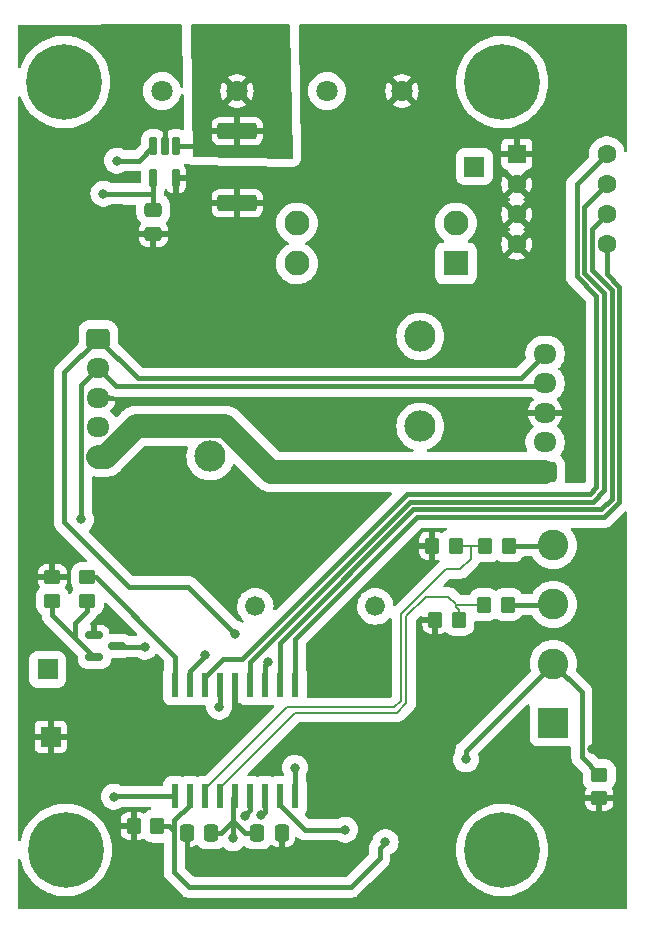
<source format=gbl>
G04 #@! TF.GenerationSoftware,KiCad,Pcbnew,8.0.2+dfsg-1*
G04 #@! TF.CreationDate,2024-06-12T08:48:22-04:00*
G04 #@! TF.ProjectId,relay_board,72656c61-795f-4626-9f61-72642e6b6963,rev?*
G04 #@! TF.SameCoordinates,Original*
G04 #@! TF.FileFunction,Copper,L2,Bot*
G04 #@! TF.FilePolarity,Positive*
%FSLAX46Y46*%
G04 Gerber Fmt 4.6, Leading zero omitted, Abs format (unit mm)*
G04 Created by KiCad (PCBNEW 8.0.2+dfsg-1) date 2024-06-12 08:48:22*
%MOMM*%
%LPD*%
G01*
G04 APERTURE LIST*
G04 Aperture macros list*
%AMRoundRect*
0 Rectangle with rounded corners*
0 $1 Rounding radius*
0 $2 $3 $4 $5 $6 $7 $8 $9 X,Y pos of 4 corners*
0 Add a 4 corners polygon primitive as box body*
4,1,4,$2,$3,$4,$5,$6,$7,$8,$9,$2,$3,0*
0 Add four circle primitives for the rounded corners*
1,1,$1+$1,$2,$3*
1,1,$1+$1,$4,$5*
1,1,$1+$1,$6,$7*
1,1,$1+$1,$8,$9*
0 Add four rect primitives between the rounded corners*
20,1,$1+$1,$2,$3,$4,$5,0*
20,1,$1+$1,$4,$5,$6,$7,0*
20,1,$1+$1,$6,$7,$8,$9,0*
20,1,$1+$1,$8,$9,$2,$3,0*%
G04 Aperture macros list end*
G04 #@! TA.AperFunction,ComponentPad*
%ADD10C,6.400000*%
G04 #@! TD*
G04 #@! TA.AperFunction,ComponentPad*
%ADD11R,2.108200X2.108200*%
G04 #@! TD*
G04 #@! TA.AperFunction,ComponentPad*
%ADD12C,2.108200*%
G04 #@! TD*
G04 #@! TA.AperFunction,ComponentPad*
%ADD13R,1.600000X1.600000*%
G04 #@! TD*
G04 #@! TA.AperFunction,ComponentPad*
%ADD14C,1.600000*%
G04 #@! TD*
G04 #@! TA.AperFunction,ComponentPad*
%ADD15RoundRect,0.250000X-0.725000X0.600000X-0.725000X-0.600000X0.725000X-0.600000X0.725000X0.600000X0*%
G04 #@! TD*
G04 #@! TA.AperFunction,ComponentPad*
%ADD16O,1.950000X1.700000*%
G04 #@! TD*
G04 #@! TA.AperFunction,ComponentPad*
%ADD17RoundRect,0.250000X0.725000X-0.600000X0.725000X0.600000X-0.725000X0.600000X-0.725000X-0.600000X0*%
G04 #@! TD*
G04 #@! TA.AperFunction,ComponentPad*
%ADD18R,1.700000X1.700000*%
G04 #@! TD*
G04 #@! TA.AperFunction,ComponentPad*
%ADD19C,1.803400*%
G04 #@! TD*
G04 #@! TA.AperFunction,ComponentPad*
%ADD20R,2.600000X2.600000*%
G04 #@! TD*
G04 #@! TA.AperFunction,ComponentPad*
%ADD21C,2.600000*%
G04 #@! TD*
G04 #@! TA.AperFunction,ComponentPad*
%ADD22C,2.641600*%
G04 #@! TD*
G04 #@! TA.AperFunction,ComponentPad*
%ADD23C,1.676400*%
G04 #@! TD*
G04 #@! TA.AperFunction,SMDPad,CuDef*
%ADD24RoundRect,0.249999X1.425001X-0.450001X1.425001X0.450001X-1.425001X0.450001X-1.425001X-0.450001X0*%
G04 #@! TD*
G04 #@! TA.AperFunction,SMDPad,CuDef*
%ADD25RoundRect,0.162500X-0.162500X0.617500X-0.162500X-0.617500X0.162500X-0.617500X0.162500X0.617500X0*%
G04 #@! TD*
G04 #@! TA.AperFunction,SMDPad,CuDef*
%ADD26RoundRect,0.250000X0.337500X0.475000X-0.337500X0.475000X-0.337500X-0.475000X0.337500X-0.475000X0*%
G04 #@! TD*
G04 #@! TA.AperFunction,SMDPad,CuDef*
%ADD27RoundRect,0.250000X0.450000X-0.350000X0.450000X0.350000X-0.450000X0.350000X-0.450000X-0.350000X0*%
G04 #@! TD*
G04 #@! TA.AperFunction,SMDPad,CuDef*
%ADD28RoundRect,0.250000X0.350000X0.450000X-0.350000X0.450000X-0.350000X-0.450000X0.350000X-0.450000X0*%
G04 #@! TD*
G04 #@! TA.AperFunction,SMDPad,CuDef*
%ADD29RoundRect,0.150000X-0.587500X-0.150000X0.587500X-0.150000X0.587500X0.150000X-0.587500X0.150000X0*%
G04 #@! TD*
G04 #@! TA.AperFunction,SMDPad,CuDef*
%ADD30R,0.600000X2.000000*%
G04 #@! TD*
G04 #@! TA.AperFunction,SMDPad,CuDef*
%ADD31RoundRect,0.250000X-0.450000X0.350000X-0.450000X-0.350000X0.450000X-0.350000X0.450000X0.350000X0*%
G04 #@! TD*
G04 #@! TA.AperFunction,SMDPad,CuDef*
%ADD32RoundRect,0.250000X0.475000X-0.337500X0.475000X0.337500X-0.475000X0.337500X-0.475000X-0.337500X0*%
G04 #@! TD*
G04 #@! TA.AperFunction,ViaPad*
%ADD33C,0.800000*%
G04 #@! TD*
G04 #@! TA.AperFunction,Conductor*
%ADD34C,0.400000*%
G04 #@! TD*
G04 #@! TA.AperFunction,Conductor*
%ADD35C,0.200000*%
G04 #@! TD*
G04 #@! TA.AperFunction,Conductor*
%ADD36C,2.000000*%
G04 #@! TD*
G04 APERTURE END LIST*
D10*
X171069000Y-138938000D03*
D11*
X167157400Y-89281000D03*
D12*
X167157400Y-85877400D03*
X153695400Y-89281000D03*
X153695400Y-85877400D03*
D10*
X133985000Y-73914000D03*
D13*
X172313600Y-80020000D03*
D14*
X172313600Y-82560000D03*
X172313600Y-85100000D03*
X172313600Y-87640000D03*
X179933600Y-87640000D03*
X179933600Y-85100000D03*
X179933600Y-82560000D03*
X179933600Y-80020000D03*
D10*
X134112000Y-138938000D03*
D15*
X136876400Y-95634800D03*
D16*
X136876400Y-98134800D03*
X136876400Y-100634800D03*
X136876400Y-103134800D03*
X136876400Y-105634800D03*
D17*
X174701200Y-106934000D03*
D16*
X174701200Y-104434000D03*
X174701200Y-101934000D03*
X174701200Y-99434000D03*
X174701200Y-96934000D03*
D18*
X168706800Y-81076800D03*
D10*
X171069000Y-73914000D03*
D18*
X132842000Y-129336800D03*
D19*
X142265400Y-74677001D03*
X148615400Y-74677001D03*
D18*
X132588000Y-123647200D03*
D20*
X175395000Y-128150000D03*
D21*
X175395000Y-123150000D03*
X175395000Y-118150000D03*
X175395000Y-113150000D03*
D19*
X156235400Y-74677001D03*
X162585400Y-74677001D03*
D22*
X146354800Y-105613200D03*
X164134800Y-103073200D03*
D23*
X160324800Y-118313200D03*
X150164800Y-118313200D03*
D22*
X164134800Y-95453200D03*
D24*
X148640800Y-84177600D03*
X148640800Y-78077600D03*
D25*
X141544000Y-79371200D03*
X142494000Y-79371200D03*
X143444000Y-79371200D03*
X143444000Y-82071200D03*
X141544000Y-82071200D03*
D26*
X152421500Y-137464800D03*
X150346500Y-137464800D03*
D27*
X132990800Y-117840000D03*
X132990800Y-115840000D03*
X135940800Y-117840000D03*
X135940800Y-115840000D03*
D28*
X141868400Y-136906000D03*
X139868400Y-136906000D03*
X171637200Y-113182400D03*
X169637200Y-113182400D03*
D26*
X146427100Y-137464800D03*
X144352100Y-137464800D03*
D29*
X136550400Y-122600800D03*
X136550400Y-120700800D03*
X138425400Y-121650800D03*
D30*
X143357600Y-124992400D03*
X144627600Y-124992400D03*
X145897600Y-124992400D03*
X147167600Y-124992400D03*
X148437600Y-124992400D03*
X149707600Y-124992400D03*
X150977600Y-124992400D03*
X152247600Y-124992400D03*
X153517600Y-124992400D03*
X153517600Y-134392400D03*
X152247600Y-134392400D03*
X150977600Y-134392400D03*
X149707600Y-134392400D03*
X148437600Y-134392400D03*
X147167600Y-134392400D03*
X145897600Y-134392400D03*
X144627600Y-134392400D03*
X143357600Y-134392400D03*
D31*
X179273200Y-132553200D03*
X179273200Y-134553200D03*
D28*
X171535600Y-118160800D03*
X169535600Y-118160800D03*
D32*
X141528800Y-86787900D03*
X141528800Y-84712900D03*
D28*
X167420800Y-119430800D03*
X165420800Y-119430800D03*
X167116000Y-113182400D03*
X165116000Y-113182400D03*
D33*
X141630400Y-123342400D03*
X179374800Y-137617200D03*
X137972800Y-119583200D03*
X146304000Y-130403600D03*
X178663600Y-130352800D03*
X158445200Y-118821200D03*
X154889200Y-114808000D03*
X150164800Y-127355600D03*
X155600400Y-125120400D03*
X148285200Y-137922000D03*
X137312400Y-83362800D03*
X157784800Y-137210800D03*
X140817600Y-121716800D03*
X150647400Y-136017000D03*
X149301200Y-136093200D03*
X147116800Y-126796800D03*
X145948400Y-122428000D03*
X167995600Y-131267200D03*
X161188400Y-138277600D03*
X148488400Y-120650000D03*
X151231600Y-123037600D03*
X153517600Y-131978400D03*
X135432800Y-110947200D03*
X138176000Y-134416800D03*
X138430000Y-80568800D03*
D34*
X142494000Y-79371200D02*
X142494000Y-77774800D01*
X149301200Y-137464800D02*
X148285200Y-136448800D01*
X146427100Y-137464800D02*
X147269200Y-137464800D01*
X150346500Y-137464800D02*
X149301200Y-137464800D01*
X148285200Y-134544800D02*
X148437600Y-134392400D01*
X147269200Y-137464800D02*
X148285200Y-136448800D01*
X148285200Y-136448800D02*
X148285200Y-134544800D01*
X148285200Y-137922000D02*
X148285200Y-136448800D01*
X141544000Y-83413600D02*
X141544000Y-84697700D01*
X141544000Y-83413600D02*
X137312400Y-83362800D01*
X141544000Y-84697700D02*
X141528800Y-84712900D01*
X141544000Y-82071200D02*
X141544000Y-83413600D01*
X154366000Y-137210800D02*
X152247600Y-135092400D01*
X152247600Y-135092400D02*
X152247600Y-134392400D01*
X157784800Y-137210800D02*
X154366000Y-137210800D01*
X140817600Y-121716800D02*
X138491400Y-121716800D01*
X138491400Y-121716800D02*
X138425400Y-121650800D01*
X150977600Y-135686800D02*
X150647400Y-136017000D01*
X150977600Y-134392400D02*
X150977600Y-135686800D01*
X149301200Y-136093200D02*
X149199600Y-136093200D01*
X149301200Y-135991600D02*
X149301200Y-136093200D01*
X149707600Y-134392400D02*
X149707600Y-135585200D01*
X149199600Y-136093200D02*
X149250400Y-136042400D01*
X149707600Y-135585200D02*
X149301200Y-135991600D01*
X147167600Y-126746000D02*
X147116800Y-126796800D01*
X147167600Y-124992400D02*
X147167600Y-126746000D01*
X143444000Y-79371200D02*
X145317200Y-79371200D01*
X145317200Y-79371200D02*
X145440400Y-79248000D01*
D35*
X167420800Y-118602000D02*
X167182800Y-118364000D01*
X162959200Y-126475196D02*
X162959200Y-119140484D01*
X166522400Y-117500400D02*
X167157400Y-118135400D01*
X164599284Y-117500400D02*
X166522400Y-117500400D01*
X169535600Y-118160800D02*
X167182800Y-118160800D01*
X167182800Y-118160800D02*
X167157400Y-118135400D01*
X153555200Y-127304800D02*
X162129596Y-127304800D01*
X162129596Y-127304800D02*
X162959200Y-126475196D01*
X147167600Y-134392400D02*
X147167600Y-133692400D01*
X167420800Y-118602000D02*
X167420800Y-119430800D01*
X167182800Y-118364000D02*
X167182800Y-118160800D01*
X147167600Y-133692400D02*
X153555200Y-127304800D01*
X162959200Y-119140484D02*
X164599284Y-117500400D01*
X169637200Y-113182400D02*
X168402000Y-113182400D01*
X145897600Y-133807200D02*
X145897600Y-134392400D01*
X166299688Y-115163600D02*
X162509200Y-118954088D01*
X161950400Y-126847600D02*
X152857200Y-126847600D01*
X168402000Y-114300000D02*
X167538400Y-115163600D01*
X168402000Y-113182400D02*
X167116000Y-113182400D01*
X167538400Y-115163600D02*
X166299688Y-115163600D01*
X162509200Y-118954088D02*
X162509200Y-126288800D01*
X152857200Y-126847600D02*
X145897600Y-133807200D01*
X162509200Y-126288800D02*
X161950400Y-126847600D01*
X168402000Y-113182400D02*
X168402000Y-114300000D01*
X145897600Y-134392400D02*
X145897600Y-133692400D01*
D34*
X145948400Y-122478800D02*
X145948400Y-122428000D01*
X167995600Y-130549400D02*
X175395000Y-123150000D01*
X167995600Y-131267200D02*
X167995600Y-130549400D01*
X177809600Y-131089600D02*
X177809600Y-125564600D01*
X144627600Y-123799600D02*
X145948400Y-122478800D01*
X144627600Y-124992400D02*
X144627600Y-123799600D01*
X145999200Y-122428000D02*
X145897600Y-122529600D01*
X179273200Y-132553200D02*
X177809600Y-131089600D01*
X177809600Y-125564600D02*
X175395000Y-123150000D01*
X145948400Y-122428000D02*
X145999200Y-122428000D01*
X134874000Y-119735600D02*
X135940800Y-118668800D01*
X132990800Y-119041200D02*
X132990800Y-117840000D01*
X135940800Y-118668800D02*
X135940800Y-117840000D01*
X134874000Y-120924400D02*
X134874000Y-119735600D01*
X179038400Y-108225104D02*
X179038400Y-92049488D01*
X145897600Y-124292400D02*
X147406400Y-122783600D01*
X147406400Y-122783600D02*
X149015712Y-122783600D01*
X177371600Y-90382688D02*
X177371600Y-82582000D01*
X179038400Y-92049488D02*
X177371600Y-90382688D01*
X149015712Y-122783600D02*
X163017312Y-108782000D01*
X163017312Y-108782000D02*
X178481504Y-108782000D01*
X177371600Y-82582000D02*
X179933600Y-80020000D01*
X145897600Y-124992400D02*
X145897600Y-124292400D01*
X178481504Y-108782000D02*
X179038400Y-108225104D01*
X149707600Y-123016608D02*
X163288208Y-109436000D01*
X163288208Y-109436000D02*
X178752400Y-109436000D01*
X178025600Y-90111792D02*
X178025600Y-84468000D01*
X178025600Y-84468000D02*
X179933600Y-82560000D01*
X149707600Y-124992400D02*
X149707600Y-123016608D01*
X179692400Y-91778592D02*
X178025600Y-90111792D01*
X179692400Y-108496000D02*
X179692400Y-91778592D01*
X178752400Y-109436000D02*
X179692400Y-108496000D01*
X180346400Y-91507696D02*
X178679600Y-89840896D01*
X152247600Y-121401504D02*
X163559104Y-110090000D01*
X178679600Y-86354000D02*
X179933600Y-85100000D01*
X180346400Y-109203104D02*
X180346400Y-91507696D01*
X179459504Y-110090000D02*
X180346400Y-109203104D01*
X152247600Y-124992400D02*
X152247600Y-121401504D01*
X178679600Y-89840896D02*
X178679600Y-86354000D01*
X163559104Y-110090000D02*
X179459504Y-110090000D01*
X179730400Y-110744000D02*
X181000400Y-109474000D01*
X153517600Y-121056400D02*
X163830000Y-110744000D01*
X153517600Y-124992400D02*
X153517600Y-121056400D01*
X163830000Y-110744000D02*
X179730400Y-110744000D01*
X181000400Y-109474000D02*
X181000400Y-91236800D01*
X181000400Y-91236800D02*
X179933600Y-90170000D01*
X179933600Y-90170000D02*
X179933600Y-87640000D01*
X160690000Y-139639600D02*
X158242000Y-142087600D01*
X160690000Y-138776000D02*
X160690000Y-139639600D01*
X141868400Y-136906000D02*
X142853400Y-136906000D01*
X142853400Y-136906000D02*
X143310600Y-137363200D01*
X144627600Y-135092400D02*
X143310600Y-136409400D01*
X143310600Y-140821400D02*
X144576800Y-142087600D01*
X143310600Y-137363200D02*
X143310600Y-140821400D01*
X144627600Y-135170800D02*
X144627600Y-134392400D01*
X143310600Y-136409400D02*
X143310600Y-137363200D01*
X158242000Y-142087600D02*
X144576800Y-142087600D01*
X144627600Y-134392400D02*
X144627600Y-135092400D01*
X161188400Y-138277600D02*
X160690000Y-138776000D01*
X135940800Y-115840000D02*
X136640800Y-115840000D01*
X143357600Y-122556800D02*
X143357600Y-124992400D01*
X136640800Y-115840000D02*
X143357600Y-122556800D01*
X140257200Y-99015600D02*
X172619600Y-99015600D01*
X134010400Y-98500800D02*
X134010400Y-111201200D01*
X136876400Y-95634800D02*
X134010400Y-98500800D01*
X172619600Y-99015600D02*
X174701200Y-96934000D01*
X136876400Y-95634800D02*
X140257200Y-99015600D01*
X150977600Y-123291600D02*
X150977600Y-124992400D01*
X139446000Y-116636800D02*
X144475200Y-116636800D01*
X151231600Y-123037600D02*
X150977600Y-123291600D01*
X134010400Y-111201200D02*
X139446000Y-116636800D01*
X144475200Y-116636800D02*
X148488400Y-120650000D01*
X135432800Y-110947200D02*
X135422400Y-110936800D01*
X135422400Y-110936800D02*
X135422400Y-99588800D01*
X138411200Y-99669600D02*
X136876400Y-98134800D01*
X135422400Y-99588800D02*
X136876400Y-98134800D01*
X174465600Y-99669600D02*
X174701200Y-99434000D01*
X138411200Y-99669600D02*
X174465600Y-99669600D01*
X153517600Y-134392400D02*
X153517600Y-131978400D01*
D36*
X136876400Y-105634800D02*
X137494000Y-105634800D01*
X137494000Y-105634800D02*
X140090400Y-103038400D01*
X151536400Y-106934000D02*
X174701200Y-106934000D01*
X140090400Y-103038400D02*
X147640800Y-103038400D01*
X147640800Y-103038400D02*
X151536400Y-106934000D01*
D34*
X143357600Y-134392400D02*
X138200400Y-134392400D01*
X138430000Y-80568800D02*
X140346400Y-80568800D01*
X138200400Y-134392400D02*
X138176000Y-134416800D01*
X140346400Y-80568800D02*
X141544000Y-79371200D01*
X175362600Y-113182400D02*
X175395000Y-113150000D01*
X171637200Y-113182400D02*
X175362600Y-113182400D01*
X171535600Y-118160800D02*
X175384200Y-118160800D01*
X175384200Y-118160800D02*
X175395000Y-118150000D01*
X136550400Y-122600800D02*
X132990800Y-119041200D01*
G04 #@! TA.AperFunction,Conductor*
G36*
X153079414Y-69064113D02*
G01*
X153125183Y-69116905D01*
X153136376Y-69165924D01*
X153362580Y-80287583D01*
X153344263Y-80355009D01*
X153292400Y-80401829D01*
X153236379Y-80414085D01*
X145001305Y-80266150D01*
X144934630Y-80245265D01*
X144889831Y-80191647D01*
X144879550Y-80144293D01*
X144852723Y-78577586D01*
X146465801Y-78577586D01*
X146476294Y-78680296D01*
X146476294Y-78680298D01*
X146531440Y-78846719D01*
X146531445Y-78846730D01*
X146623480Y-78995940D01*
X146623483Y-78995944D01*
X146747455Y-79119916D01*
X146747459Y-79119919D01*
X146896669Y-79211954D01*
X146896680Y-79211959D01*
X147063102Y-79267105D01*
X147165820Y-79277599D01*
X148390799Y-79277599D01*
X148890800Y-79277599D01*
X150115772Y-79277599D01*
X150115786Y-79277598D01*
X150218496Y-79267105D01*
X150218498Y-79267105D01*
X150384919Y-79211959D01*
X150384930Y-79211954D01*
X150534140Y-79119919D01*
X150534144Y-79119916D01*
X150658116Y-78995944D01*
X150658119Y-78995940D01*
X150750154Y-78846730D01*
X150750159Y-78846719D01*
X150805305Y-78680297D01*
X150815799Y-78577586D01*
X150815800Y-78577573D01*
X150815800Y-78327600D01*
X148890800Y-78327600D01*
X148890800Y-79277599D01*
X148390799Y-79277599D01*
X148390800Y-79277598D01*
X148390800Y-78327600D01*
X146465801Y-78327600D01*
X146465801Y-78577586D01*
X144852723Y-78577586D01*
X144835600Y-77577613D01*
X146465800Y-77577613D01*
X146465800Y-77827600D01*
X148390800Y-77827600D01*
X148890800Y-77827600D01*
X150815799Y-77827600D01*
X150815799Y-77577628D01*
X150815798Y-77577613D01*
X150805305Y-77474903D01*
X150805305Y-77474901D01*
X150750159Y-77308480D01*
X150750154Y-77308469D01*
X150658119Y-77159259D01*
X150658116Y-77159255D01*
X150534144Y-77035283D01*
X150534140Y-77035280D01*
X150384930Y-76943245D01*
X150384919Y-76943240D01*
X150218497Y-76888094D01*
X150115786Y-76877600D01*
X148890800Y-76877600D01*
X148890800Y-77827600D01*
X148390800Y-77827600D01*
X148390800Y-76877600D01*
X147165828Y-76877600D01*
X147165812Y-76877601D01*
X147063103Y-76888094D01*
X147063101Y-76888094D01*
X146896680Y-76943240D01*
X146896669Y-76943245D01*
X146747459Y-77035280D01*
X146747455Y-77035283D01*
X146623483Y-77159255D01*
X146623480Y-77159259D01*
X146531445Y-77308469D01*
X146531440Y-77308480D01*
X146476294Y-77474902D01*
X146465800Y-77577613D01*
X144835600Y-77577613D01*
X144785932Y-74676995D01*
X147208896Y-74676995D01*
X147208896Y-74677006D01*
X147228078Y-74908500D01*
X147285104Y-75133692D01*
X147378415Y-75346419D01*
X147462984Y-75475862D01*
X148016118Y-74922728D01*
X148041416Y-74983802D01*
X148112299Y-75089886D01*
X148202515Y-75180102D01*
X148308599Y-75250985D01*
X148369671Y-75276282D01*
X147815389Y-75830563D01*
X147815390Y-75830564D01*
X147846112Y-75854476D01*
X147846118Y-75854481D01*
X148050407Y-75965036D01*
X148050417Y-75965041D01*
X148270121Y-76040465D01*
X148499253Y-76078701D01*
X148731547Y-76078701D01*
X148960678Y-76040465D01*
X149180382Y-75965041D01*
X149180387Y-75965039D01*
X149384688Y-75854476D01*
X149415408Y-75830564D01*
X149415408Y-75830563D01*
X148861128Y-75276282D01*
X148922201Y-75250985D01*
X149028285Y-75180102D01*
X149118501Y-75089886D01*
X149189384Y-74983802D01*
X149214681Y-74922729D01*
X149767814Y-75475862D01*
X149852380Y-75346426D01*
X149852385Y-75346418D01*
X149945695Y-75133692D01*
X150002721Y-74908500D01*
X150021904Y-74677006D01*
X150021904Y-74676995D01*
X150002721Y-74445501D01*
X149945695Y-74220309D01*
X149852382Y-74007577D01*
X149767814Y-73878138D01*
X149214680Y-74431271D01*
X149189384Y-74370200D01*
X149118501Y-74264116D01*
X149028285Y-74173900D01*
X148922201Y-74103017D01*
X148861127Y-74077719D01*
X149415409Y-73523437D01*
X149415409Y-73523436D01*
X149384686Y-73499524D01*
X149384681Y-73499520D01*
X149180392Y-73388965D01*
X149180382Y-73388960D01*
X148960678Y-73313536D01*
X148731547Y-73275301D01*
X148499253Y-73275301D01*
X148270121Y-73313536D01*
X148050417Y-73388960D01*
X148050407Y-73388965D01*
X147846117Y-73499521D01*
X147846106Y-73499528D01*
X147815390Y-73523435D01*
X147815390Y-73523437D01*
X148369672Y-74077719D01*
X148308599Y-74103017D01*
X148202515Y-74173900D01*
X148112299Y-74264116D01*
X148041416Y-74370200D01*
X148016118Y-74431272D01*
X147462984Y-73878138D01*
X147378416Y-74007579D01*
X147285104Y-74220309D01*
X147228078Y-74445501D01*
X147208896Y-74676995D01*
X144785932Y-74676995D01*
X144691680Y-69172722D01*
X144710214Y-69105358D01*
X144762227Y-69058706D01*
X144815624Y-69046603D01*
X153012373Y-69044447D01*
X153079414Y-69064113D01*
G37*
G04 #@! TD.AperFunction*
G04 #@! TA.AperFunction,Conductor*
G36*
X181603193Y-69056929D02*
G01*
X181649700Y-69110573D01*
X181661100Y-69162945D01*
X181661100Y-79718531D01*
X181641098Y-79786652D01*
X181587442Y-79833145D01*
X181517168Y-79843249D01*
X181452588Y-79813755D01*
X181414204Y-79754029D01*
X181412956Y-79749463D01*
X181357663Y-79531119D01*
X181357661Y-79531115D01*
X181346546Y-79505776D01*
X181257773Y-79303393D01*
X181121764Y-79095214D01*
X180953350Y-78912267D01*
X180882465Y-78857095D01*
X180757109Y-78759526D01*
X180757108Y-78759525D01*
X180538409Y-78641171D01*
X180538407Y-78641170D01*
X180303218Y-78560430D01*
X180303209Y-78560428D01*
X180254436Y-78552289D01*
X180057935Y-78519500D01*
X179809265Y-78519500D01*
X179645553Y-78546818D01*
X179563990Y-78560428D01*
X179563981Y-78560430D01*
X179328792Y-78641170D01*
X179328790Y-78641171D01*
X179110091Y-78759525D01*
X179110090Y-78759526D01*
X178913849Y-78912267D01*
X178745435Y-79095214D01*
X178609426Y-79303393D01*
X178509538Y-79531115D01*
X178509535Y-79531122D01*
X178448493Y-79772171D01*
X178448492Y-79772177D01*
X178448492Y-79772179D01*
X178430694Y-79986975D01*
X178427957Y-80020000D01*
X178440897Y-80176177D01*
X178426588Y-80245717D01*
X178404422Y-80275676D01*
X176672139Y-82007959D01*
X176672133Y-82007967D01*
X176641380Y-82053994D01*
X176641379Y-82053996D01*
X176573587Y-82155452D01*
X176559547Y-82189346D01*
X176559548Y-82189347D01*
X176505705Y-82319331D01*
X176481440Y-82441323D01*
X176475476Y-82471309D01*
X176473296Y-82482267D01*
X176471100Y-82493308D01*
X176471100Y-90471383D01*
X176491750Y-90575198D01*
X176505705Y-90645354D01*
X176539646Y-90727294D01*
X176573587Y-90809235D01*
X176613831Y-90869464D01*
X176672136Y-90956724D01*
X176672140Y-90956728D01*
X178100995Y-92385583D01*
X178135021Y-92447895D01*
X178137900Y-92474678D01*
X178137900Y-107755500D01*
X178117898Y-107823621D01*
X178064242Y-107870114D01*
X178011900Y-107881500D01*
X176482523Y-107881500D01*
X176414402Y-107861498D01*
X176367909Y-107807842D01*
X176357805Y-107737568D01*
X176361384Y-107720839D01*
X176366617Y-107702552D01*
X176376700Y-107589138D01*
X176376700Y-107243607D01*
X176377778Y-107227161D01*
X176395323Y-107093894D01*
X176401700Y-107045457D01*
X176401700Y-106822543D01*
X176377778Y-106640837D01*
X176376700Y-106624391D01*
X176376700Y-106278870D01*
X176376700Y-106278862D01*
X176366617Y-106165448D01*
X176313437Y-105979594D01*
X176266148Y-105889063D01*
X176223934Y-105808248D01*
X176169063Y-105740955D01*
X176101771Y-105658429D01*
X176037980Y-105606414D01*
X175997827Y-105547864D01*
X175995701Y-105476900D01*
X176015668Y-105434704D01*
X176152306Y-105246639D01*
X176263104Y-105029185D01*
X176338521Y-104797076D01*
X176376700Y-104556027D01*
X176376700Y-104311973D01*
X176338521Y-104070924D01*
X176263104Y-103838815D01*
X176152306Y-103621361D01*
X176008855Y-103423917D01*
X176008852Y-103423914D01*
X176008850Y-103423911D01*
X175836285Y-103251346D01*
X175719718Y-103166655D01*
X175676364Y-103110432D01*
X175670289Y-103039696D01*
X175703421Y-102976904D01*
X175709445Y-102971256D01*
X175862022Y-102818679D01*
X175987663Y-102645750D01*
X176084706Y-102455292D01*
X176084709Y-102455286D01*
X176150759Y-102252004D01*
X176160898Y-102188000D01*
X175103036Y-102188000D01*
X175143830Y-102117343D01*
X175176200Y-101996535D01*
X175176200Y-101871465D01*
X175143830Y-101750657D01*
X175103036Y-101680000D01*
X176160897Y-101680000D01*
X176150759Y-101615995D01*
X176084709Y-101412713D01*
X176084706Y-101412707D01*
X175987663Y-101222249D01*
X175862022Y-101049320D01*
X175707377Y-100894675D01*
X175708398Y-100893653D01*
X175673140Y-100839642D01*
X175672632Y-100768647D01*
X175710588Y-100708648D01*
X175719718Y-100701344D01*
X175725236Y-100697335D01*
X175836283Y-100616655D01*
X176008855Y-100444083D01*
X176152306Y-100246639D01*
X176263104Y-100029185D01*
X176338521Y-99797076D01*
X176376700Y-99556027D01*
X176376700Y-99311973D01*
X176338521Y-99070924D01*
X176263104Y-98838815D01*
X176152306Y-98621361D01*
X176008855Y-98423917D01*
X176008852Y-98423914D01*
X176008850Y-98423911D01*
X175858034Y-98273095D01*
X175824008Y-98210783D01*
X175829073Y-98139968D01*
X175858034Y-98094905D01*
X176008850Y-97944088D01*
X176008855Y-97944083D01*
X176152306Y-97746639D01*
X176263104Y-97529185D01*
X176338521Y-97297076D01*
X176376700Y-97056027D01*
X176376700Y-96811973D01*
X176338521Y-96570924D01*
X176263104Y-96338815D01*
X176152306Y-96121361D01*
X176008855Y-95923917D01*
X176008852Y-95923914D01*
X176008850Y-95923911D01*
X175836288Y-95751349D01*
X175836285Y-95751347D01*
X175836283Y-95751345D01*
X175638839Y-95607894D01*
X175421385Y-95497096D01*
X175421382Y-95497095D01*
X175421380Y-95497094D01*
X175189280Y-95421680D01*
X175189278Y-95421679D01*
X175189276Y-95421679D01*
X174948227Y-95383500D01*
X174454173Y-95383500D01*
X174213124Y-95421679D01*
X174213122Y-95421679D01*
X174213119Y-95421680D01*
X173981019Y-95497094D01*
X173981013Y-95497097D01*
X173763557Y-95607896D01*
X173566114Y-95751347D01*
X173566111Y-95751349D01*
X173393549Y-95923911D01*
X173393547Y-95923914D01*
X173250096Y-96121357D01*
X173139297Y-96338813D01*
X173139294Y-96338819D01*
X173063880Y-96570919D01*
X173063879Y-96570922D01*
X173063879Y-96570924D01*
X173038400Y-96731795D01*
X173025700Y-96811976D01*
X173025700Y-97056024D01*
X173053937Y-97234309D01*
X173044837Y-97304720D01*
X173018584Y-97343114D01*
X172283505Y-98078195D01*
X172221192Y-98112220D01*
X172194409Y-98115100D01*
X140682390Y-98115100D01*
X140614269Y-98095098D01*
X140593295Y-98078195D01*
X138588805Y-96073705D01*
X138554779Y-96011393D01*
X138551900Y-95984610D01*
X138551900Y-95453195D01*
X162108777Y-95453195D01*
X162108777Y-95453204D01*
X162127645Y-95729063D01*
X162127646Y-95729069D01*
X162127647Y-95729077D01*
X162158501Y-95877556D01*
X162183905Y-95999807D01*
X162183907Y-95999815D01*
X162276511Y-96260376D01*
X162392343Y-96483919D01*
X162403727Y-96505889D01*
X162563191Y-96731799D01*
X162638069Y-96811973D01*
X162751929Y-96933887D01*
X162751937Y-96933894D01*
X162966424Y-97108394D01*
X162966426Y-97108395D01*
X162966432Y-97108400D01*
X163202698Y-97252076D01*
X163456326Y-97362242D01*
X163589459Y-97399544D01*
X163722585Y-97436845D01*
X163722593Y-97436847D01*
X163996525Y-97474499D01*
X163996539Y-97474500D01*
X164273061Y-97474500D01*
X164273074Y-97474499D01*
X164506269Y-97442446D01*
X164547007Y-97436847D01*
X164813274Y-97362242D01*
X165066902Y-97252076D01*
X165303168Y-97108400D01*
X165517668Y-96933890D01*
X165706409Y-96731799D01*
X165865873Y-96505889D01*
X165993091Y-96260370D01*
X166085693Y-95999814D01*
X166141953Y-95729077D01*
X166150242Y-95607894D01*
X166160823Y-95453204D01*
X166160823Y-95453195D01*
X166141954Y-95177336D01*
X166141953Y-95177330D01*
X166141953Y-95177323D01*
X166085693Y-94906586D01*
X165993091Y-94646030D01*
X165993089Y-94646026D01*
X165993088Y-94646023D01*
X165922112Y-94509048D01*
X165865873Y-94400511D01*
X165706409Y-94174601D01*
X165517668Y-93972510D01*
X165517662Y-93972505D01*
X165303175Y-93798005D01*
X165303171Y-93798002D01*
X165303168Y-93798000D01*
X165066902Y-93654324D01*
X165066903Y-93654324D01*
X165066899Y-93654322D01*
X164813275Y-93544158D01*
X164813265Y-93544155D01*
X164547014Y-93469554D01*
X164547006Y-93469552D01*
X164273074Y-93431900D01*
X164273061Y-93431900D01*
X163996539Y-93431900D01*
X163996525Y-93431900D01*
X163722593Y-93469552D01*
X163722585Y-93469554D01*
X163456334Y-93544155D01*
X163456324Y-93544158D01*
X163202700Y-93654322D01*
X162966424Y-93798005D01*
X162751937Y-93972505D01*
X162751929Y-93972512D01*
X162563188Y-94174604D01*
X162403732Y-94400503D01*
X162403724Y-94400516D01*
X162276511Y-94646023D01*
X162183907Y-94906584D01*
X162183905Y-94906592D01*
X162127646Y-95177330D01*
X162127645Y-95177336D01*
X162108777Y-95453195D01*
X138551900Y-95453195D01*
X138551900Y-94979670D01*
X138551900Y-94979662D01*
X138541817Y-94866248D01*
X138488637Y-94680394D01*
X138470683Y-94646023D01*
X138399134Y-94509048D01*
X138310632Y-94400511D01*
X138276971Y-94359229D01*
X138209677Y-94304358D01*
X138127151Y-94237065D01*
X137955807Y-94147563D01*
X137863355Y-94121109D01*
X137769952Y-94094383D01*
X137769950Y-94094382D01*
X137769944Y-94094381D01*
X137656539Y-94084300D01*
X137656538Y-94084300D01*
X136096262Y-94084300D01*
X136096260Y-94084300D01*
X135982855Y-94094381D01*
X135982854Y-94094381D01*
X135796992Y-94147563D01*
X135625648Y-94237065D01*
X135475829Y-94359229D01*
X135353665Y-94509048D01*
X135264163Y-94680392D01*
X135210981Y-94866254D01*
X135210981Y-94866255D01*
X135200900Y-94979660D01*
X135200900Y-95984609D01*
X135180898Y-96052730D01*
X135163995Y-96073704D01*
X133310941Y-97926757D01*
X133310937Y-97926762D01*
X133302505Y-97939382D01*
X133212386Y-98074253D01*
X133195467Y-98115099D01*
X133195468Y-98115100D01*
X133144505Y-98238131D01*
X133110310Y-98410051D01*
X133110307Y-98410066D01*
X133109900Y-98412110D01*
X133109900Y-111289897D01*
X133144504Y-111463864D01*
X133144505Y-111463866D01*
X133163961Y-111510835D01*
X133212387Y-111627747D01*
X133255172Y-111691779D01*
X133310936Y-111775236D01*
X133310938Y-111775238D01*
X135860105Y-114324405D01*
X135894131Y-114386717D01*
X135889066Y-114457532D01*
X135846519Y-114514368D01*
X135779999Y-114539179D01*
X135771010Y-114539500D01*
X135435660Y-114539500D01*
X135322255Y-114549581D01*
X135322254Y-114549581D01*
X135136392Y-114602763D01*
X134965048Y-114692265D01*
X134815229Y-114814429D01*
X134693065Y-114964248D01*
X134603563Y-115135592D01*
X134550381Y-115321454D01*
X134550381Y-115321455D01*
X134540300Y-115434860D01*
X134540300Y-116245139D01*
X134550381Y-116358544D01*
X134550381Y-116358545D01*
X134603563Y-116544407D01*
X134693064Y-116715748D01*
X134729453Y-116760376D01*
X134756999Y-116825811D01*
X134744795Y-116895751D01*
X134729453Y-116919624D01*
X134693064Y-116964251D01*
X134603562Y-117135593D01*
X134603560Y-117135600D01*
X134586938Y-117193692D01*
X134548968Y-117253682D01*
X134484593Y-117283621D01*
X134414251Y-117274003D01*
X134360275Y-117227881D01*
X134344662Y-117193692D01*
X134328039Y-117135600D01*
X134328037Y-117135593D01*
X134238534Y-116964248D01*
X134116370Y-116814428D01*
X134088769Y-116791922D01*
X134048615Y-116733372D01*
X134046491Y-116662407D01*
X134061155Y-116628123D01*
X134132456Y-116512526D01*
X134188193Y-116344321D01*
X134188194Y-116344318D01*
X134198799Y-116240516D01*
X134198800Y-116240516D01*
X134198800Y-116094000D01*
X131782800Y-116094000D01*
X131782800Y-116240516D01*
X131793405Y-116344318D01*
X131793406Y-116344321D01*
X131849142Y-116512525D01*
X131920445Y-116628124D01*
X131939182Y-116696603D01*
X131917923Y-116764342D01*
X131892831Y-116791921D01*
X131865229Y-116814427D01*
X131743065Y-116964248D01*
X131653563Y-117135592D01*
X131600381Y-117321454D01*
X131600381Y-117321455D01*
X131590300Y-117434860D01*
X131590300Y-118245139D01*
X131600381Y-118358544D01*
X131600381Y-118358545D01*
X131653563Y-118544407D01*
X131743065Y-118715751D01*
X131757463Y-118733408D01*
X131865229Y-118865571D01*
X132015049Y-118987734D01*
X132015051Y-118987735D01*
X132022636Y-118991697D01*
X132073755Y-119040965D01*
X132090300Y-119103379D01*
X132090300Y-119129897D01*
X132124904Y-119303864D01*
X132124907Y-119303873D01*
X132137084Y-119333269D01*
X132137085Y-119333270D01*
X132146833Y-119356803D01*
X132192787Y-119467747D01*
X132220341Y-119508984D01*
X132237520Y-119534694D01*
X132291333Y-119615232D01*
X132291342Y-119615243D01*
X135075495Y-122399394D01*
X135109520Y-122461706D01*
X135112400Y-122488489D01*
X135112400Y-122824763D01*
X135115216Y-122866289D01*
X135115216Y-122866294D01*
X135159863Y-123045821D01*
X135242056Y-123211551D01*
X135242058Y-123211553D01*
X135357960Y-123355740D01*
X135457090Y-123435424D01*
X135502148Y-123471643D01*
X135585013Y-123512739D01*
X135667879Y-123553837D01*
X135847405Y-123598483D01*
X135857790Y-123599187D01*
X135888937Y-123601300D01*
X135888946Y-123601300D01*
X137211863Y-123601300D01*
X137236778Y-123599609D01*
X137253395Y-123598483D01*
X137432921Y-123553837D01*
X137598653Y-123471642D01*
X137742840Y-123355740D01*
X137858742Y-123211553D01*
X137940937Y-123045821D01*
X137985583Y-122866295D01*
X137986709Y-122849678D01*
X137988400Y-122824763D01*
X137988400Y-122777300D01*
X138008402Y-122709179D01*
X138062058Y-122662686D01*
X138114400Y-122651300D01*
X139086863Y-122651300D01*
X139111778Y-122649609D01*
X139128395Y-122648483D01*
X139238811Y-122621023D01*
X139269218Y-122617300D01*
X140145619Y-122617300D01*
X140211949Y-122636173D01*
X140324954Y-122706143D01*
X140324957Y-122706144D01*
X140324963Y-122706148D01*
X140515144Y-122779824D01*
X140715624Y-122817300D01*
X140715626Y-122817300D01*
X140919574Y-122817300D01*
X140919576Y-122817300D01*
X141120056Y-122779824D01*
X141310237Y-122706148D01*
X141483641Y-122598781D01*
X141634364Y-122461379D01*
X141699550Y-122375059D01*
X141756563Y-122332752D01*
X141827400Y-122327984D01*
X141889195Y-122361895D01*
X142420195Y-122892894D01*
X142454220Y-122955207D01*
X142457100Y-122981990D01*
X142457100Y-123596575D01*
X142438929Y-123661759D01*
X142414120Y-123702798D01*
X142363513Y-123865206D01*
X142357100Y-123935786D01*
X142357100Y-126049013D01*
X142363513Y-126119593D01*
X142414120Y-126282002D01*
X142414121Y-126282003D01*
X142414122Y-126282006D01*
X142425763Y-126301262D01*
X142502128Y-126427585D01*
X142502132Y-126427590D01*
X142622409Y-126547867D01*
X142622414Y-126547871D01*
X142622415Y-126547872D01*
X142767994Y-126635878D01*
X142930404Y-126686486D01*
X143000984Y-126692900D01*
X143000987Y-126692900D01*
X143714213Y-126692900D01*
X143714216Y-126692900D01*
X143784796Y-126686486D01*
X143872608Y-126659123D01*
X143954484Y-126633611D01*
X143955454Y-126636724D01*
X144011125Y-126628990D01*
X144030392Y-126634647D01*
X144030716Y-126633611D01*
X144129658Y-126664441D01*
X144200404Y-126686486D01*
X144270984Y-126692900D01*
X144270987Y-126692900D01*
X144984213Y-126692900D01*
X144984216Y-126692900D01*
X145054796Y-126686486D01*
X145142608Y-126659123D01*
X145224484Y-126633611D01*
X145225454Y-126636724D01*
X145281125Y-126628990D01*
X145300392Y-126634647D01*
X145300716Y-126633611D01*
X145399658Y-126664441D01*
X145470404Y-126686486D01*
X145540984Y-126692900D01*
X145887093Y-126692900D01*
X145955214Y-126712902D01*
X146001707Y-126766558D01*
X146012555Y-126807271D01*
X146016469Y-126849508D01*
X146030403Y-126999884D01*
X146086216Y-127196045D01*
X146086217Y-127196047D01*
X146086218Y-127196050D01*
X146177127Y-127378621D01*
X146177128Y-127378622D01*
X146177129Y-127378624D01*
X146300034Y-127541378D01*
X146450759Y-127678781D01*
X146450760Y-127678782D01*
X146624151Y-127786141D01*
X146624154Y-127786142D01*
X146624163Y-127786148D01*
X146814344Y-127859824D01*
X147014824Y-127897300D01*
X147014826Y-127897300D01*
X147218774Y-127897300D01*
X147218776Y-127897300D01*
X147419256Y-127859824D01*
X147609437Y-127786148D01*
X147782841Y-127678781D01*
X147933564Y-127541379D01*
X148056473Y-127378621D01*
X148147382Y-127196050D01*
X148203197Y-126999883D01*
X148222015Y-126796800D01*
X148203197Y-126593717D01*
X148191908Y-126554040D01*
X148188410Y-126541745D01*
X148183600Y-126507264D01*
X148183600Y-124864400D01*
X148203602Y-124796279D01*
X148257258Y-124749786D01*
X148309600Y-124738400D01*
X148565600Y-124738400D01*
X148633721Y-124758402D01*
X148680214Y-124812058D01*
X148691600Y-124864400D01*
X148691600Y-126500400D01*
X148786185Y-126500400D01*
X148786195Y-126500399D01*
X148851533Y-126493374D01*
X148921402Y-126505979D01*
X148954099Y-126529557D01*
X148972409Y-126547867D01*
X148972414Y-126547871D01*
X148972415Y-126547872D01*
X149117994Y-126635878D01*
X149280404Y-126686486D01*
X149350984Y-126692900D01*
X149350987Y-126692900D01*
X150064213Y-126692900D01*
X150064216Y-126692900D01*
X150134796Y-126686486D01*
X150222608Y-126659123D01*
X150304484Y-126633611D01*
X150305454Y-126636724D01*
X150361125Y-126628990D01*
X150380392Y-126634647D01*
X150380716Y-126633611D01*
X150479658Y-126664441D01*
X150550404Y-126686486D01*
X150620984Y-126692900D01*
X150620987Y-126692900D01*
X151334213Y-126692900D01*
X151334216Y-126692900D01*
X151404796Y-126686486D01*
X151492608Y-126659123D01*
X151574484Y-126633611D01*
X151575454Y-126636724D01*
X151631125Y-126628990D01*
X151650388Y-126634646D01*
X151650712Y-126633609D01*
X151657993Y-126635877D01*
X151657994Y-126635878D01*
X151671599Y-126640117D01*
X151730684Y-126679476D01*
X151759112Y-126744533D01*
X151747855Y-126814631D01*
X151723212Y-126849508D01*
X145917727Y-132654995D01*
X145855415Y-132689021D01*
X145828632Y-132691900D01*
X145540984Y-132691900D01*
X145523347Y-132693502D01*
X145470406Y-132698313D01*
X145300717Y-132751189D01*
X145299758Y-132748113D01*
X145243838Y-132755773D01*
X145224796Y-132750182D01*
X145224483Y-132751189D01*
X145054793Y-132698313D01*
X145003455Y-132693648D01*
X144984216Y-132691900D01*
X144270984Y-132691900D01*
X144253347Y-132693502D01*
X144200406Y-132698313D01*
X144030717Y-132751189D01*
X144029758Y-132748113D01*
X143973838Y-132755773D01*
X143954796Y-132750182D01*
X143954483Y-132751189D01*
X143784793Y-132698313D01*
X143733455Y-132693648D01*
X143714216Y-132691900D01*
X143000984Y-132691900D01*
X142983347Y-132693502D01*
X142930406Y-132698313D01*
X142767997Y-132748920D01*
X142767996Y-132748921D01*
X142622414Y-132836928D01*
X142622409Y-132836932D01*
X142502132Y-132957209D01*
X142502128Y-132957214D01*
X142478334Y-132996575D01*
X142432893Y-133071744D01*
X142414121Y-133102796D01*
X142414120Y-133102797D01*
X142363513Y-133265206D01*
X142357100Y-133335786D01*
X142357100Y-133365900D01*
X142337098Y-133434021D01*
X142283442Y-133480514D01*
X142231100Y-133491900D01*
X138808573Y-133491900D01*
X138742244Y-133473027D01*
X138668637Y-133427452D01*
X138509752Y-133365900D01*
X138478457Y-133353776D01*
X138382217Y-133335786D01*
X138277976Y-133316300D01*
X138074024Y-133316300D01*
X137973784Y-133335038D01*
X137873542Y-133353776D01*
X137726190Y-133410860D01*
X137683363Y-133427452D01*
X137683362Y-133427452D01*
X137683361Y-133427453D01*
X137683351Y-133427458D01*
X137509960Y-133534817D01*
X137509959Y-133534818D01*
X137359234Y-133672221D01*
X137236329Y-133834975D01*
X137145416Y-134017554D01*
X137089603Y-134213715D01*
X137070785Y-134416800D01*
X137089603Y-134619884D01*
X137145416Y-134816045D01*
X137145417Y-134816047D01*
X137145418Y-134816050D01*
X137236327Y-134998621D01*
X137236328Y-134998622D01*
X137236329Y-134998624D01*
X137359234Y-135161378D01*
X137509959Y-135298781D01*
X137509960Y-135298782D01*
X137683351Y-135406141D01*
X137683354Y-135406142D01*
X137683363Y-135406148D01*
X137873544Y-135479824D01*
X138074024Y-135517300D01*
X138074026Y-135517300D01*
X138277974Y-135517300D01*
X138277976Y-135517300D01*
X138478456Y-135479824D01*
X138668637Y-135406148D01*
X138821058Y-135311772D01*
X138887389Y-135292900D01*
X141229719Y-135292900D01*
X141297840Y-135312902D01*
X141344333Y-135366558D01*
X141354437Y-135436832D01*
X141324943Y-135501412D01*
X141265217Y-135539796D01*
X141264512Y-135540000D01*
X141213259Y-135554666D01*
X141163992Y-135568763D01*
X140992648Y-135658265D01*
X140842827Y-135780429D01*
X140820321Y-135808031D01*
X140761769Y-135848184D01*
X140690804Y-135850308D01*
X140656524Y-135835645D01*
X140540925Y-135764342D01*
X140372721Y-135708606D01*
X140372718Y-135708605D01*
X140268916Y-135698000D01*
X140122400Y-135698000D01*
X140122400Y-138114000D01*
X140268917Y-138114000D01*
X140268916Y-138113999D01*
X140372718Y-138103394D01*
X140372721Y-138103393D01*
X140540926Y-138047656D01*
X140656523Y-137976355D01*
X140725003Y-137957617D01*
X140792742Y-137978876D01*
X140820322Y-138003969D01*
X140842828Y-138031570D01*
X140992648Y-138153734D01*
X141163990Y-138243235D01*
X141163994Y-138243237D01*
X141349848Y-138296417D01*
X141349853Y-138296417D01*
X141349855Y-138296418D01*
X141385550Y-138299591D01*
X141463262Y-138306500D01*
X141463271Y-138306500D01*
X142273529Y-138306500D01*
X142273538Y-138306500D01*
X142273546Y-138306499D01*
X142276320Y-138306376D01*
X142276326Y-138306500D01*
X142276332Y-138306500D01*
X142276332Y-138306646D01*
X142276358Y-138307242D01*
X142342538Y-138320428D01*
X142393612Y-138369743D01*
X142410100Y-138432057D01*
X142410100Y-140910095D01*
X142444705Y-141084065D01*
X142444707Y-141084072D01*
X142460039Y-141121085D01*
X142460039Y-141121087D01*
X142460040Y-141121087D01*
X142512587Y-141247947D01*
X142571663Y-141336359D01*
X142571664Y-141336361D01*
X142611136Y-141395436D01*
X142611139Y-141395440D01*
X144002757Y-142787058D01*
X144002761Y-142787061D01*
X144002764Y-142787064D01*
X144061838Y-142826534D01*
X144061840Y-142826537D01*
X144061840Y-142826536D01*
X144150249Y-142885610D01*
X144150253Y-142885613D01*
X144232193Y-142919553D01*
X144232195Y-142919554D01*
X144283873Y-142940960D01*
X144314134Y-142953495D01*
X144488108Y-142988100D01*
X144488109Y-142988100D01*
X158330691Y-142988100D01*
X158330692Y-142988100D01*
X158504666Y-142953495D01*
X158586606Y-142919553D01*
X158668547Y-142885613D01*
X158756959Y-142826536D01*
X158798956Y-142798476D01*
X158816035Y-142787065D01*
X158816039Y-142787061D01*
X159834412Y-141768688D01*
X161389464Y-140213636D01*
X161460604Y-140107167D01*
X161488013Y-140066147D01*
X161507895Y-140018147D01*
X161555895Y-139902266D01*
X161590500Y-139728292D01*
X161590500Y-139550908D01*
X161590500Y-139388334D01*
X161610502Y-139320213D01*
X161664158Y-139273720D01*
X161670979Y-139270844D01*
X161681037Y-139266948D01*
X161854441Y-139159581D01*
X162005164Y-139022179D01*
X162068737Y-138937994D01*
X167163487Y-138937994D01*
X167163487Y-138938005D01*
X167183523Y-139333102D01*
X167183525Y-139333121D01*
X167243430Y-139724161D01*
X167243432Y-139724170D01*
X167243433Y-139724174D01*
X167331976Y-140066148D01*
X167342599Y-140107174D01*
X167468975Y-140448400D01*
X167479998Y-140478162D01*
X167654228Y-140833353D01*
X167863498Y-141169095D01*
X168105660Y-141481944D01*
X168105662Y-141481946D01*
X168105666Y-141481951D01*
X168342443Y-141731039D01*
X168378231Y-141768688D01*
X168678412Y-142026385D01*
X169003124Y-142252391D01*
X169349035Y-142444387D01*
X169591408Y-142548397D01*
X169712592Y-142600402D01*
X169712594Y-142600402D01*
X169712595Y-142600403D01*
X170090073Y-142718838D01*
X170477597Y-142798476D01*
X170871189Y-142838500D01*
X170871190Y-142838500D01*
X171266810Y-142838500D01*
X171266811Y-142838500D01*
X171660403Y-142798476D01*
X172047927Y-142718838D01*
X172425405Y-142600403D01*
X172788965Y-142444387D01*
X173134876Y-142252391D01*
X173459588Y-142026385D01*
X173759769Y-141768688D01*
X174032340Y-141481944D01*
X174274502Y-141169095D01*
X174483772Y-140833353D01*
X174658002Y-140478162D01*
X174795403Y-140107167D01*
X174894567Y-139724174D01*
X174954475Y-139333114D01*
X174955130Y-139320213D01*
X174974513Y-138938005D01*
X174974513Y-138937994D01*
X174954476Y-138542897D01*
X174954474Y-138542878D01*
X174894569Y-138151838D01*
X174894567Y-138151829D01*
X174894567Y-138151826D01*
X174795403Y-137768833D01*
X174658002Y-137397838D01*
X174483772Y-137042647D01*
X174274502Y-136706905D01*
X174032340Y-136394056D01*
X174032336Y-136394052D01*
X174032333Y-136394048D01*
X173759766Y-136107309D01*
X173527435Y-135907860D01*
X173459588Y-135849615D01*
X173411135Y-135815891D01*
X173134876Y-135623609D01*
X172984311Y-135540039D01*
X172788965Y-135431613D01*
X172729620Y-135406146D01*
X172425407Y-135275597D01*
X172266452Y-135225725D01*
X172047927Y-135157162D01*
X171842001Y-135114843D01*
X171660404Y-135077524D01*
X171266812Y-135037500D01*
X171266811Y-135037500D01*
X170871189Y-135037500D01*
X170871187Y-135037500D01*
X170477595Y-135077524D01*
X170114399Y-135152162D01*
X170090073Y-135157162D01*
X169947894Y-135201771D01*
X169712592Y-135275597D01*
X169349041Y-135431610D01*
X169349037Y-135431611D01*
X169349035Y-135431613D01*
X169317681Y-135449016D01*
X169003123Y-135623609D01*
X168678415Y-135849612D01*
X168378233Y-136107309D01*
X168105666Y-136394048D01*
X168105662Y-136394053D01*
X167863501Y-136706901D01*
X167863496Y-136706908D01*
X167654228Y-137042646D01*
X167654228Y-137042647D01*
X167479999Y-137397835D01*
X167479993Y-137397850D01*
X167342599Y-137768825D01*
X167243432Y-138151829D01*
X167243430Y-138151838D01*
X167183525Y-138542878D01*
X167183523Y-138542897D01*
X167163487Y-138937994D01*
X162068737Y-138937994D01*
X162128073Y-138859421D01*
X162218982Y-138676850D01*
X162274797Y-138480683D01*
X162293615Y-138277600D01*
X162274797Y-138074517D01*
X162218982Y-137878350D01*
X162128073Y-137695779D01*
X162128070Y-137695775D01*
X162005165Y-137533021D01*
X161854440Y-137395618D01*
X161854439Y-137395617D01*
X161681048Y-137288258D01*
X161681041Y-137288254D01*
X161681037Y-137288252D01*
X161564533Y-137243118D01*
X161490857Y-137214576D01*
X161424029Y-137202084D01*
X161290376Y-137177100D01*
X161086424Y-137177100D01*
X160986184Y-137195838D01*
X160885942Y-137214576D01*
X160746287Y-137268679D01*
X160695763Y-137288252D01*
X160695762Y-137288252D01*
X160695761Y-137288253D01*
X160695751Y-137288258D01*
X160522360Y-137395617D01*
X160522359Y-137395618D01*
X160371634Y-137533021D01*
X160248729Y-137695775D01*
X160157816Y-137878354D01*
X160104603Y-138065376D01*
X160072509Y-138119988D01*
X159990540Y-138201958D01*
X159990533Y-138201967D01*
X159962960Y-138243235D01*
X159962959Y-138243237D01*
X159920688Y-138306499D01*
X159891988Y-138349451D01*
X159858046Y-138431394D01*
X159827834Y-138504332D01*
X159824105Y-138513334D01*
X159811158Y-138578424D01*
X159803809Y-138615371D01*
X159789500Y-138687303D01*
X159789500Y-139214410D01*
X159769498Y-139282531D01*
X159752595Y-139303505D01*
X157905905Y-141150195D01*
X157843593Y-141184221D01*
X157816810Y-141187100D01*
X145001990Y-141187100D01*
X144933869Y-141167098D01*
X144912895Y-141150195D01*
X144248005Y-140485305D01*
X144213979Y-140422993D01*
X144211100Y-140396210D01*
X144211100Y-137336800D01*
X144231102Y-137268679D01*
X144284758Y-137222186D01*
X144337100Y-137210800D01*
X144480100Y-137210800D01*
X144548221Y-137230802D01*
X144594714Y-137284458D01*
X144606100Y-137336800D01*
X144606100Y-138697800D01*
X144740117Y-138697800D01*
X144740116Y-138697799D01*
X144843918Y-138687194D01*
X144843921Y-138687193D01*
X145012125Y-138631457D01*
X145162938Y-138538434D01*
X145168074Y-138533299D01*
X145230385Y-138499271D01*
X145301201Y-138504332D01*
X145354825Y-138542765D01*
X145414026Y-138615368D01*
X145414027Y-138615369D01*
X145414029Y-138615371D01*
X145433757Y-138631457D01*
X145563848Y-138737534D01*
X145691055Y-138803981D01*
X145735194Y-138827037D01*
X145921048Y-138880217D01*
X145921053Y-138880217D01*
X145921055Y-138880218D01*
X145956750Y-138883391D01*
X146034462Y-138890300D01*
X146034471Y-138890300D01*
X146819729Y-138890300D01*
X146819738Y-138890300D01*
X146905851Y-138882644D01*
X146933144Y-138880218D01*
X146933145Y-138880218D01*
X146933146Y-138880217D01*
X146933152Y-138880217D01*
X147119006Y-138827037D01*
X147290351Y-138737534D01*
X147341228Y-138696048D01*
X147406661Y-138668502D01*
X147476601Y-138680704D01*
X147505739Y-138700585D01*
X147619159Y-138803981D01*
X147619160Y-138803982D01*
X147792551Y-138911341D01*
X147792554Y-138911342D01*
X147792563Y-138911348D01*
X147982744Y-138985024D01*
X148183224Y-139022500D01*
X148183226Y-139022500D01*
X148387174Y-139022500D01*
X148387176Y-139022500D01*
X148587656Y-138985024D01*
X148777837Y-138911348D01*
X148951241Y-138803981D01*
X149101964Y-138666579D01*
X149136586Y-138620730D01*
X149193597Y-138578424D01*
X149264434Y-138573656D01*
X149326603Y-138607941D01*
X149332034Y-138613977D01*
X149333422Y-138615365D01*
X149483248Y-138737534D01*
X149610455Y-138803981D01*
X149654594Y-138827037D01*
X149840448Y-138880217D01*
X149840453Y-138880217D01*
X149840455Y-138880218D01*
X149876150Y-138883391D01*
X149953862Y-138890300D01*
X149953871Y-138890300D01*
X150739129Y-138890300D01*
X150739138Y-138890300D01*
X150825251Y-138882644D01*
X150852544Y-138880218D01*
X150852545Y-138880218D01*
X150852546Y-138880217D01*
X150852552Y-138880217D01*
X151038406Y-138827037D01*
X151209751Y-138737534D01*
X151359571Y-138615371D01*
X151418774Y-138542763D01*
X151477323Y-138502611D01*
X151548288Y-138500485D01*
X151605520Y-138533295D01*
X151610654Y-138538429D01*
X151610660Y-138538434D01*
X151761474Y-138631457D01*
X151929678Y-138687193D01*
X151929681Y-138687194D01*
X152033483Y-138697799D01*
X152033483Y-138697800D01*
X152167500Y-138697800D01*
X152167500Y-137336800D01*
X152187502Y-137268679D01*
X152241158Y-137222186D01*
X152293500Y-137210800D01*
X152549500Y-137210800D01*
X152617621Y-137230802D01*
X152664114Y-137284458D01*
X152675500Y-137336800D01*
X152675500Y-138697800D01*
X152809517Y-138697800D01*
X152809516Y-138697799D01*
X152913318Y-138687194D01*
X152913321Y-138687193D01*
X153081525Y-138631457D01*
X153232339Y-138538434D01*
X153232345Y-138538429D01*
X153357629Y-138413145D01*
X153357634Y-138413139D01*
X153450657Y-138262325D01*
X153506393Y-138094121D01*
X153506394Y-138094118D01*
X153516999Y-137990316D01*
X153517000Y-137990316D01*
X153517000Y-137939490D01*
X153537002Y-137871369D01*
X153590658Y-137824876D01*
X153660932Y-137814772D01*
X153725512Y-137844266D01*
X153732081Y-137850381D01*
X153791964Y-137910264D01*
X153851038Y-137949734D01*
X153851040Y-137949737D01*
X153851040Y-137949736D01*
X153939453Y-138008813D01*
X153994396Y-138031571D01*
X154011934Y-138038835D01*
X154011935Y-138038836D01*
X154033229Y-138047656D01*
X154103334Y-138076695D01*
X154277308Y-138111300D01*
X154277309Y-138111300D01*
X157112819Y-138111300D01*
X157179149Y-138130173D01*
X157292154Y-138200143D01*
X157292157Y-138200144D01*
X157292163Y-138200148D01*
X157482344Y-138273824D01*
X157682824Y-138311300D01*
X157682826Y-138311300D01*
X157886774Y-138311300D01*
X157886776Y-138311300D01*
X158087256Y-138273824D01*
X158277437Y-138200148D01*
X158450841Y-138092781D01*
X158601564Y-137955379D01*
X158602131Y-137954629D01*
X158657165Y-137881751D01*
X158724473Y-137792621D01*
X158815382Y-137610050D01*
X158871197Y-137413883D01*
X158890015Y-137210800D01*
X158871197Y-137007717D01*
X158815382Y-136811550D01*
X158724473Y-136628979D01*
X158701699Y-136598821D01*
X158601565Y-136466221D01*
X158450840Y-136328818D01*
X158450839Y-136328817D01*
X158277448Y-136221458D01*
X158277441Y-136221454D01*
X158277437Y-136221452D01*
X158141575Y-136168819D01*
X158087257Y-136147776D01*
X158020429Y-136135284D01*
X157886776Y-136110300D01*
X157682824Y-136110300D01*
X157582584Y-136129038D01*
X157482342Y-136147776D01*
X157292163Y-136221452D01*
X157292154Y-136221456D01*
X157179149Y-136291427D01*
X157112819Y-136310300D01*
X154791190Y-136310300D01*
X154723069Y-136290298D01*
X154702095Y-136273395D01*
X154398872Y-135970172D01*
X154364846Y-135907860D01*
X154369911Y-135837045D01*
X154380129Y-135815910D01*
X154461078Y-135682006D01*
X154511686Y-135519596D01*
X154518100Y-135449016D01*
X154518100Y-134953716D01*
X178065200Y-134953716D01*
X178075805Y-135057518D01*
X178075806Y-135057521D01*
X178131542Y-135225725D01*
X178224565Y-135376539D01*
X178224570Y-135376545D01*
X178349854Y-135501829D01*
X178349860Y-135501834D01*
X178500674Y-135594857D01*
X178668878Y-135650593D01*
X178668881Y-135650594D01*
X178772683Y-135661199D01*
X178772683Y-135661200D01*
X179019200Y-135661200D01*
X179527200Y-135661200D01*
X179773717Y-135661200D01*
X179773716Y-135661199D01*
X179877518Y-135650594D01*
X179877521Y-135650593D01*
X180045725Y-135594857D01*
X180196539Y-135501834D01*
X180196545Y-135501829D01*
X180321829Y-135376545D01*
X180321834Y-135376539D01*
X180414857Y-135225725D01*
X180470593Y-135057521D01*
X180470594Y-135057518D01*
X180481199Y-134953716D01*
X180481200Y-134953716D01*
X180481200Y-134807200D01*
X179527200Y-134807200D01*
X179527200Y-135661200D01*
X179019200Y-135661200D01*
X179019200Y-134807200D01*
X178065200Y-134807200D01*
X178065200Y-134953716D01*
X154518100Y-134953716D01*
X154518100Y-133335784D01*
X154511686Y-133265204D01*
X154461078Y-133102794D01*
X154436270Y-133061757D01*
X154418100Y-132996575D01*
X154418100Y-132654325D01*
X154438102Y-132586204D01*
X154443552Y-132578390D01*
X154457271Y-132560223D01*
X154457273Y-132560221D01*
X154548182Y-132377650D01*
X154603997Y-132181483D01*
X154622815Y-131978400D01*
X154603997Y-131775317D01*
X154548182Y-131579150D01*
X154457273Y-131396579D01*
X154423812Y-131352269D01*
X154359571Y-131267200D01*
X166890385Y-131267200D01*
X166909203Y-131470284D01*
X166965016Y-131666445D01*
X166965017Y-131666447D01*
X166965018Y-131666450D01*
X167055927Y-131849021D01*
X167055928Y-131849022D01*
X167055929Y-131849024D01*
X167178834Y-132011778D01*
X167329559Y-132149181D01*
X167329560Y-132149182D01*
X167502951Y-132256541D01*
X167502954Y-132256542D01*
X167502963Y-132256548D01*
X167693144Y-132330224D01*
X167893624Y-132367700D01*
X167893626Y-132367700D01*
X168097574Y-132367700D01*
X168097576Y-132367700D01*
X168298056Y-132330224D01*
X168488237Y-132256548D01*
X168661641Y-132149181D01*
X168812364Y-132011779D01*
X168935273Y-131849021D01*
X169026182Y-131666450D01*
X169081997Y-131470283D01*
X169100815Y-131267200D01*
X169081997Y-131064117D01*
X169029692Y-130880286D01*
X169030288Y-130809294D01*
X169061785Y-130756713D01*
X173185352Y-126633146D01*
X173247662Y-126599122D01*
X173318477Y-126604187D01*
X173375313Y-126646734D01*
X173400124Y-126713254D01*
X173399928Y-126733644D01*
X173394500Y-126793385D01*
X173394500Y-129506613D01*
X173400913Y-129577193D01*
X173451520Y-129739602D01*
X173451521Y-129739603D01*
X173451522Y-129739606D01*
X173489679Y-129802725D01*
X173539528Y-129885185D01*
X173539532Y-129885190D01*
X173659809Y-130005467D01*
X173659813Y-130005470D01*
X173659815Y-130005472D01*
X173805394Y-130093478D01*
X173967804Y-130144086D01*
X174038384Y-130150500D01*
X174038387Y-130150500D01*
X176751606Y-130150500D01*
X176751616Y-130150500D01*
X176771697Y-130148675D01*
X176841344Y-130162427D01*
X176892504Y-130211653D01*
X176909100Y-130274157D01*
X176909100Y-131178297D01*
X176943704Y-131352264D01*
X176943705Y-131352266D01*
X176965286Y-131404365D01*
X177011587Y-131516147D01*
X177053685Y-131579150D01*
X177053685Y-131579152D01*
X177110130Y-131663630D01*
X177110134Y-131663634D01*
X177110135Y-131663635D01*
X177110136Y-131663636D01*
X177835796Y-132389296D01*
X177869820Y-132451607D01*
X177872700Y-132478390D01*
X177872700Y-132958339D01*
X177882781Y-133071744D01*
X177882781Y-133071745D01*
X177935963Y-133257607D01*
X178025465Y-133428951D01*
X178147631Y-133578773D01*
X178175229Y-133601277D01*
X178215383Y-133659827D01*
X178217508Y-133730792D01*
X178202845Y-133765075D01*
X178131542Y-133880674D01*
X178075806Y-134048878D01*
X178075805Y-134048881D01*
X178065200Y-134152683D01*
X178065200Y-134299200D01*
X180481200Y-134299200D01*
X180481200Y-134152683D01*
X180470594Y-134048881D01*
X180470593Y-134048878D01*
X180414857Y-133880674D01*
X180343554Y-133765074D01*
X180324817Y-133696594D01*
X180346076Y-133628856D01*
X180371168Y-133601278D01*
X180398771Y-133578771D01*
X180520934Y-133428951D01*
X180610437Y-133257606D01*
X180663617Y-133071752D01*
X180664506Y-133061759D01*
X180667178Y-133031700D01*
X180673700Y-132958338D01*
X180673700Y-132148062D01*
X180663617Y-132034648D01*
X180610437Y-131848794D01*
X180572055Y-131775315D01*
X180520934Y-131677448D01*
X180440784Y-131579154D01*
X180398771Y-131527629D01*
X180328442Y-131470283D01*
X180248951Y-131405465D01*
X180077607Y-131315963D01*
X179985155Y-131289509D01*
X179891752Y-131262783D01*
X179891750Y-131262782D01*
X179891744Y-131262781D01*
X179778339Y-131252700D01*
X179778338Y-131252700D01*
X179298390Y-131252700D01*
X179230269Y-131232698D01*
X179209295Y-131215795D01*
X178747005Y-130753505D01*
X178712979Y-130691193D01*
X178710100Y-130664410D01*
X178710100Y-125475909D01*
X178710099Y-125475904D01*
X178675495Y-125301934D01*
X178630331Y-125192900D01*
X178607613Y-125138053D01*
X178548536Y-125049640D01*
X178509064Y-124990564D01*
X178509058Y-124990557D01*
X177352685Y-123834185D01*
X177318660Y-123771873D01*
X177318659Y-123718307D01*
X177319367Y-123715049D01*
X177319369Y-123715046D01*
X177380196Y-123435428D01*
X177400610Y-123150000D01*
X177380196Y-122864572D01*
X177319369Y-122584954D01*
X177219367Y-122316839D01*
X177219362Y-122316829D01*
X177082231Y-122065692D01*
X177082227Y-122065687D01*
X177082226Y-122065685D01*
X176910739Y-121836605D01*
X176910737Y-121836603D01*
X176910729Y-121836594D01*
X176708405Y-121634270D01*
X176708396Y-121634262D01*
X176590514Y-121546017D01*
X176479315Y-121462774D01*
X176479313Y-121462773D01*
X176479312Y-121462772D01*
X176479307Y-121462768D01*
X176228170Y-121325637D01*
X176228160Y-121325632D01*
X175960046Y-121225631D01*
X175680424Y-121164803D01*
X175395000Y-121144390D01*
X175109575Y-121164803D01*
X174829953Y-121225631D01*
X174561839Y-121325632D01*
X174561829Y-121325637D01*
X174310692Y-121462768D01*
X174310687Y-121462772D01*
X174081603Y-121634262D01*
X174081594Y-121634270D01*
X173879270Y-121836594D01*
X173879262Y-121836603D01*
X173707772Y-122065687D01*
X173707768Y-122065692D01*
X173570637Y-122316829D01*
X173570632Y-122316839D01*
X173470631Y-122584953D01*
X173409803Y-122864575D01*
X173389390Y-123150000D01*
X173409803Y-123435424D01*
X173471340Y-123718306D01*
X173466275Y-123789122D01*
X173437314Y-123834184D01*
X167296138Y-129975360D01*
X167286012Y-129990516D01*
X167276020Y-130005471D01*
X167276019Y-130005472D01*
X167197587Y-130122853D01*
X167170147Y-130189099D01*
X167170147Y-130189100D01*
X167129705Y-130286731D01*
X167105971Y-130406056D01*
X167105971Y-130406057D01*
X167095100Y-130460706D01*
X167095100Y-130591274D01*
X167075098Y-130659395D01*
X167069651Y-130667205D01*
X167055929Y-130685375D01*
X166965016Y-130867954D01*
X166909203Y-131064115D01*
X166890385Y-131267200D01*
X154359571Y-131267200D01*
X154334365Y-131233821D01*
X154183640Y-131096418D01*
X154183639Y-131096417D01*
X154010248Y-130989058D01*
X154010241Y-130989054D01*
X154010237Y-130989052D01*
X153893733Y-130943918D01*
X153820057Y-130915376D01*
X153753229Y-130902884D01*
X153619576Y-130877900D01*
X153415624Y-130877900D01*
X153315384Y-130896638D01*
X153215142Y-130915376D01*
X153067790Y-130972460D01*
X153024963Y-130989052D01*
X153024962Y-130989052D01*
X153024961Y-130989053D01*
X153024951Y-130989058D01*
X152851560Y-131096417D01*
X152851559Y-131096418D01*
X152700834Y-131233821D01*
X152577929Y-131396575D01*
X152487016Y-131579154D01*
X152431203Y-131775315D01*
X152412385Y-131978400D01*
X152431203Y-132181484D01*
X152487016Y-132377645D01*
X152487017Y-132377647D01*
X152487018Y-132377650D01*
X152552790Y-132509739D01*
X152565248Y-132579632D01*
X152537941Y-132645167D01*
X152479538Y-132685535D01*
X152439999Y-132691900D01*
X151890984Y-132691900D01*
X151873347Y-132693502D01*
X151820406Y-132698313D01*
X151650717Y-132751189D01*
X151649758Y-132748113D01*
X151593838Y-132755773D01*
X151574796Y-132750182D01*
X151574483Y-132751189D01*
X151404793Y-132698313D01*
X151353455Y-132693648D01*
X151334216Y-132691900D01*
X150620984Y-132691900D01*
X150603347Y-132693502D01*
X150550406Y-132698313D01*
X150380717Y-132751189D01*
X150379758Y-132748113D01*
X150323838Y-132755773D01*
X150304796Y-132750182D01*
X150304483Y-132751189D01*
X150134793Y-132698313D01*
X150083455Y-132693648D01*
X150064216Y-132691900D01*
X149604367Y-132691900D01*
X149536246Y-132671898D01*
X149489753Y-132618242D01*
X149479649Y-132547968D01*
X149509143Y-132483388D01*
X149515272Y-132476805D01*
X153849873Y-128142205D01*
X153912185Y-128108179D01*
X153938968Y-128105300D01*
X162208437Y-128105300D01*
X162208438Y-128105300D01*
X162363093Y-128074537D01*
X162508775Y-128014194D01*
X162639885Y-127926589D01*
X163580989Y-126985485D01*
X163620440Y-126926442D01*
X163668594Y-126854375D01*
X163728937Y-126708693D01*
X163759700Y-126554038D01*
X163759700Y-119931316D01*
X164312800Y-119931316D01*
X164323405Y-120035118D01*
X164323406Y-120035121D01*
X164379142Y-120203325D01*
X164472165Y-120354139D01*
X164472170Y-120354145D01*
X164597454Y-120479429D01*
X164597460Y-120479434D01*
X164748274Y-120572457D01*
X164916478Y-120628193D01*
X164916481Y-120628194D01*
X165020283Y-120638799D01*
X165020283Y-120638800D01*
X165166800Y-120638800D01*
X165166800Y-119684800D01*
X164312800Y-119684800D01*
X164312800Y-119931316D01*
X163759700Y-119931316D01*
X163759700Y-119524252D01*
X163779702Y-119456131D01*
X163796605Y-119435157D01*
X164097705Y-119134057D01*
X164160017Y-119100031D01*
X164230832Y-119105096D01*
X164287668Y-119147643D01*
X164290062Y-119154063D01*
X164312799Y-119176800D01*
X165548800Y-119176800D01*
X165616921Y-119196802D01*
X165663414Y-119250458D01*
X165674800Y-119302800D01*
X165674800Y-120638800D01*
X165821317Y-120638800D01*
X165821316Y-120638799D01*
X165925118Y-120628194D01*
X165925121Y-120628193D01*
X166093326Y-120572456D01*
X166208923Y-120501155D01*
X166277403Y-120482417D01*
X166345142Y-120503676D01*
X166372722Y-120528769D01*
X166395228Y-120556370D01*
X166545048Y-120678534D01*
X166686646Y-120752498D01*
X166716394Y-120768037D01*
X166902248Y-120821217D01*
X166902253Y-120821217D01*
X166902255Y-120821218D01*
X166937950Y-120824391D01*
X167015662Y-120831300D01*
X167015671Y-120831300D01*
X167825929Y-120831300D01*
X167825938Y-120831300D01*
X167912051Y-120823644D01*
X167939344Y-120821218D01*
X167939345Y-120821218D01*
X167939346Y-120821217D01*
X167939352Y-120821217D01*
X168125206Y-120768037D01*
X168296551Y-120678534D01*
X168446371Y-120556371D01*
X168568534Y-120406551D01*
X168658037Y-120235206D01*
X168711217Y-120049352D01*
X168712483Y-120035118D01*
X168717883Y-119974367D01*
X168721300Y-119935938D01*
X168721300Y-119633702D01*
X168741302Y-119565581D01*
X168794958Y-119519088D01*
X168865232Y-119508984D01*
X168881962Y-119512564D01*
X169017044Y-119551216D01*
X169017045Y-119551216D01*
X169017048Y-119551217D01*
X169017050Y-119551217D01*
X169017055Y-119551218D01*
X169052750Y-119554391D01*
X169130462Y-119561300D01*
X169130471Y-119561300D01*
X169940729Y-119561300D01*
X169940738Y-119561300D01*
X170026851Y-119553644D01*
X170054144Y-119551218D01*
X170054145Y-119551218D01*
X170054146Y-119551217D01*
X170054152Y-119551217D01*
X170240006Y-119498037D01*
X170411351Y-119408534D01*
X170455974Y-119372147D01*
X170521408Y-119344601D01*
X170591349Y-119356803D01*
X170615224Y-119372146D01*
X170659849Y-119408534D01*
X170831194Y-119498037D01*
X171017048Y-119551217D01*
X171017053Y-119551217D01*
X171017055Y-119551218D01*
X171052750Y-119554391D01*
X171130462Y-119561300D01*
X171130471Y-119561300D01*
X171940729Y-119561300D01*
X171940738Y-119561300D01*
X172026851Y-119553644D01*
X172054144Y-119551218D01*
X172054145Y-119551218D01*
X172054146Y-119551217D01*
X172054152Y-119551217D01*
X172240006Y-119498037D01*
X172411351Y-119408534D01*
X172561171Y-119286371D01*
X172683334Y-119136551D01*
X172686810Y-119129897D01*
X172687299Y-119128961D01*
X172736569Y-119077843D01*
X172798980Y-119061300D01*
X173538541Y-119061300D01*
X173606662Y-119081302D01*
X173649128Y-119126914D01*
X173707774Y-119234316D01*
X173879262Y-119463396D01*
X173879270Y-119463405D01*
X174081594Y-119665729D01*
X174081603Y-119665737D01*
X174081605Y-119665739D01*
X174310685Y-119837226D01*
X174310687Y-119837227D01*
X174310692Y-119837231D01*
X174561829Y-119974362D01*
X174561839Y-119974367D01*
X174829954Y-120074369D01*
X175109572Y-120135196D01*
X175395000Y-120155610D01*
X175680428Y-120135196D01*
X175960046Y-120074369D01*
X176228161Y-119974367D01*
X176258144Y-119957994D01*
X176479307Y-119837231D01*
X176479309Y-119837229D01*
X176479315Y-119837226D01*
X176708395Y-119665739D01*
X176910739Y-119463395D01*
X177082226Y-119234315D01*
X177082229Y-119234309D01*
X177082231Y-119234307D01*
X177219362Y-118983170D01*
X177219367Y-118983161D01*
X177319369Y-118715046D01*
X177380196Y-118435428D01*
X177400610Y-118150000D01*
X177380196Y-117864572D01*
X177319369Y-117584954D01*
X177219367Y-117316839D01*
X177219362Y-117316829D01*
X177082231Y-117065692D01*
X177082227Y-117065687D01*
X177081352Y-117064518D01*
X176910739Y-116836605D01*
X176910737Y-116836603D01*
X176910729Y-116836594D01*
X176708405Y-116634270D01*
X176708396Y-116634262D01*
X176700195Y-116628123D01*
X176479315Y-116462774D01*
X176479313Y-116462773D01*
X176479312Y-116462772D01*
X176479307Y-116462768D01*
X176228170Y-116325637D01*
X176228160Y-116325632D01*
X175960046Y-116225631D01*
X175680424Y-116164803D01*
X175395000Y-116144390D01*
X175109575Y-116164803D01*
X174829953Y-116225631D01*
X174561839Y-116325632D01*
X174561829Y-116325637D01*
X174310692Y-116462768D01*
X174310687Y-116462772D01*
X174081603Y-116634262D01*
X174081594Y-116634270D01*
X173879270Y-116836594D01*
X173879262Y-116836603D01*
X173803381Y-116937969D01*
X173707774Y-117065685D01*
X173642597Y-117185049D01*
X173637335Y-117194685D01*
X173587132Y-117244887D01*
X173526747Y-117260300D01*
X172798980Y-117260300D01*
X172730859Y-117240298D01*
X172687299Y-117192639D01*
X172683334Y-117185049D01*
X172643008Y-117135594D01*
X172561171Y-117035229D01*
X172474122Y-116964249D01*
X172411351Y-116913065D01*
X172240007Y-116823563D01*
X172126225Y-116791006D01*
X172054152Y-116770383D01*
X172054150Y-116770382D01*
X172054144Y-116770381D01*
X171940739Y-116760300D01*
X171940738Y-116760300D01*
X171130462Y-116760300D01*
X171130460Y-116760300D01*
X171017055Y-116770381D01*
X171017054Y-116770381D01*
X170831192Y-116823563D01*
X170659851Y-116913064D01*
X170615224Y-116949453D01*
X170549789Y-116976999D01*
X170479849Y-116964795D01*
X170455976Y-116949453D01*
X170441892Y-116937969D01*
X170411351Y-116913066D01*
X170411349Y-116913065D01*
X170411348Y-116913064D01*
X170240007Y-116823563D01*
X170126225Y-116791006D01*
X170054152Y-116770383D01*
X170054150Y-116770382D01*
X170054144Y-116770381D01*
X169940739Y-116760300D01*
X169940738Y-116760300D01*
X169130462Y-116760300D01*
X169130460Y-116760300D01*
X169017055Y-116770381D01*
X169017054Y-116770381D01*
X168831192Y-116823563D01*
X168659848Y-116913065D01*
X168510029Y-117035229D01*
X168387865Y-117185048D01*
X168331666Y-117292638D01*
X168282398Y-117343756D01*
X168219985Y-117360300D01*
X167566568Y-117360300D01*
X167498447Y-117340298D01*
X167477473Y-117323395D01*
X167032691Y-116878613D01*
X167032689Y-116878611D01*
X166901579Y-116791006D01*
X166851790Y-116770383D01*
X166755902Y-116730665D01*
X166755897Y-116730663D01*
X166601244Y-116699900D01*
X166601242Y-116699900D01*
X166199656Y-116699900D01*
X166131535Y-116679898D01*
X166085042Y-116626242D01*
X166074938Y-116555968D01*
X166104432Y-116491388D01*
X166110561Y-116484805D01*
X166594361Y-116001005D01*
X166656673Y-115966979D01*
X166683456Y-115964100D01*
X167617241Y-115964100D01*
X167617242Y-115964100D01*
X167771897Y-115933337D01*
X167917579Y-115872994D01*
X168048689Y-115785389D01*
X169023789Y-114810289D01*
X169111394Y-114679179D01*
X169119055Y-114660682D01*
X169163603Y-114605401D01*
X169230966Y-114582980D01*
X169235464Y-114582900D01*
X170042329Y-114582900D01*
X170042338Y-114582900D01*
X170128451Y-114575244D01*
X170155744Y-114572818D01*
X170155745Y-114572818D01*
X170155746Y-114572817D01*
X170155752Y-114572817D01*
X170341606Y-114519637D01*
X170512951Y-114430134D01*
X170557574Y-114393747D01*
X170623008Y-114366201D01*
X170692949Y-114378403D01*
X170716824Y-114393746D01*
X170761449Y-114430134D01*
X170932794Y-114519637D01*
X171118648Y-114572817D01*
X171118653Y-114572817D01*
X171118655Y-114572818D01*
X171154136Y-114575972D01*
X171232062Y-114582900D01*
X171232071Y-114582900D01*
X172042329Y-114582900D01*
X172042338Y-114582900D01*
X172128451Y-114575244D01*
X172155744Y-114572818D01*
X172155745Y-114572818D01*
X172155746Y-114572817D01*
X172155752Y-114572817D01*
X172341606Y-114519637D01*
X172512951Y-114430134D01*
X172662771Y-114307971D01*
X172784934Y-114158151D01*
X172788899Y-114150561D01*
X172838169Y-114099443D01*
X172900580Y-114082900D01*
X173550336Y-114082900D01*
X173618457Y-114102902D01*
X173660922Y-114148513D01*
X173707774Y-114234315D01*
X173854362Y-114430134D01*
X173879262Y-114463396D01*
X173879270Y-114463405D01*
X174081594Y-114665729D01*
X174081603Y-114665737D01*
X174081605Y-114665739D01*
X174310685Y-114837226D01*
X174310687Y-114837227D01*
X174310692Y-114837231D01*
X174561829Y-114974362D01*
X174561839Y-114974367D01*
X174829954Y-115074369D01*
X175109572Y-115135196D01*
X175395000Y-115155610D01*
X175680428Y-115135196D01*
X175960046Y-115074369D01*
X176228161Y-114974367D01*
X176258144Y-114957994D01*
X176479307Y-114837231D01*
X176479309Y-114837229D01*
X176479315Y-114837226D01*
X176708395Y-114665739D01*
X176910739Y-114463395D01*
X177082226Y-114234315D01*
X177082229Y-114234309D01*
X177082231Y-114234307D01*
X177219362Y-113983170D01*
X177219367Y-113983161D01*
X177319369Y-113715046D01*
X177380196Y-113435428D01*
X177400610Y-113150000D01*
X177380196Y-112864572D01*
X177319369Y-112584954D01*
X177219367Y-112316839D01*
X177197287Y-112276402D01*
X177082231Y-112065692D01*
X177082227Y-112065687D01*
X177075596Y-112056829D01*
X176917777Y-111846007D01*
X176892967Y-111779489D01*
X176908058Y-111710115D01*
X176958260Y-111659913D01*
X177018646Y-111644500D01*
X179819091Y-111644500D01*
X179819092Y-111644500D01*
X179993066Y-111609895D01*
X180075006Y-111575953D01*
X180156947Y-111542013D01*
X180250629Y-111479416D01*
X180304436Y-111443464D01*
X181446005Y-110301895D01*
X181508317Y-110267870D01*
X181579132Y-110272934D01*
X181635968Y-110315481D01*
X181660779Y-110382001D01*
X181661100Y-110390990D01*
X181661100Y-143841438D01*
X181641098Y-143909559D01*
X181587442Y-143956052D01*
X181535056Y-143967438D01*
X130176456Y-143949560D01*
X130108342Y-143929534D01*
X130061868Y-143875862D01*
X130050500Y-143823560D01*
X130050500Y-139802275D01*
X130070502Y-139734154D01*
X130124158Y-139687661D01*
X130194432Y-139677557D01*
X130259012Y-139707051D01*
X130297396Y-139766777D01*
X130298472Y-139770671D01*
X130385597Y-140107167D01*
X130385599Y-140107174D01*
X130511975Y-140448400D01*
X130522998Y-140478162D01*
X130697228Y-140833353D01*
X130906498Y-141169095D01*
X131148660Y-141481944D01*
X131148662Y-141481946D01*
X131148666Y-141481951D01*
X131385443Y-141731039D01*
X131421231Y-141768688D01*
X131721412Y-142026385D01*
X132046124Y-142252391D01*
X132392035Y-142444387D01*
X132634408Y-142548397D01*
X132755592Y-142600402D01*
X132755594Y-142600402D01*
X132755595Y-142600403D01*
X133133073Y-142718838D01*
X133520597Y-142798476D01*
X133914189Y-142838500D01*
X133914190Y-142838500D01*
X134309810Y-142838500D01*
X134309811Y-142838500D01*
X134703403Y-142798476D01*
X135090927Y-142718838D01*
X135468405Y-142600403D01*
X135831965Y-142444387D01*
X136177876Y-142252391D01*
X136502588Y-142026385D01*
X136802769Y-141768688D01*
X137075340Y-141481944D01*
X137317502Y-141169095D01*
X137526772Y-140833353D01*
X137701002Y-140478162D01*
X137838403Y-140107167D01*
X137937567Y-139724174D01*
X137997475Y-139333114D01*
X137998130Y-139320213D01*
X138017513Y-138938005D01*
X138017513Y-138937994D01*
X137997476Y-138542897D01*
X137997474Y-138542878D01*
X137937569Y-138151838D01*
X137937567Y-138151829D01*
X137937567Y-138151826D01*
X137838403Y-137768833D01*
X137704216Y-137406516D01*
X138760400Y-137406516D01*
X138771005Y-137510318D01*
X138771006Y-137510321D01*
X138826742Y-137678525D01*
X138919765Y-137829339D01*
X138919770Y-137829345D01*
X139045054Y-137954629D01*
X139045060Y-137954634D01*
X139195874Y-138047657D01*
X139364078Y-138103393D01*
X139364081Y-138103394D01*
X139467883Y-138113999D01*
X139467883Y-138114000D01*
X139614400Y-138114000D01*
X139614400Y-137160000D01*
X138760400Y-137160000D01*
X138760400Y-137406516D01*
X137704216Y-137406516D01*
X137701002Y-137397838D01*
X137526772Y-137042647D01*
X137317502Y-136706905D01*
X137084185Y-136405483D01*
X138760400Y-136405483D01*
X138760400Y-136652000D01*
X139614400Y-136652000D01*
X139614400Y-135698000D01*
X139467883Y-135698000D01*
X139364081Y-135708605D01*
X139364078Y-135708606D01*
X139195874Y-135764342D01*
X139045060Y-135857365D01*
X139045054Y-135857370D01*
X138919770Y-135982654D01*
X138919765Y-135982660D01*
X138826742Y-136133474D01*
X138771006Y-136301678D01*
X138771005Y-136301681D01*
X138760400Y-136405483D01*
X137084185Y-136405483D01*
X137075340Y-136394056D01*
X137075336Y-136394052D01*
X137075333Y-136394048D01*
X136802766Y-136107309D01*
X136570435Y-135907860D01*
X136502588Y-135849615D01*
X136454135Y-135815891D01*
X136177876Y-135623609D01*
X136027311Y-135540039D01*
X135831965Y-135431613D01*
X135772620Y-135406146D01*
X135468407Y-135275597D01*
X135309452Y-135225725D01*
X135090927Y-135157162D01*
X134885001Y-135114843D01*
X134703404Y-135077524D01*
X134309812Y-135037500D01*
X134309811Y-135037500D01*
X133914189Y-135037500D01*
X133914187Y-135037500D01*
X133520595Y-135077524D01*
X133157399Y-135152162D01*
X133133073Y-135157162D01*
X132990894Y-135201771D01*
X132755592Y-135275597D01*
X132392041Y-135431610D01*
X132392037Y-135431611D01*
X132392035Y-135431613D01*
X132360681Y-135449016D01*
X132046123Y-135623609D01*
X131721415Y-135849612D01*
X131421233Y-136107309D01*
X131148666Y-136394048D01*
X131148662Y-136394053D01*
X130906501Y-136706901D01*
X130906496Y-136706908D01*
X130697228Y-137042646D01*
X130697228Y-137042647D01*
X130522999Y-137397835D01*
X130522993Y-137397850D01*
X130385599Y-137768825D01*
X130371086Y-137824876D01*
X130315689Y-138038835D01*
X130298478Y-138105306D01*
X130262039Y-138166239D01*
X130198443Y-138197799D01*
X130127880Y-138189965D01*
X130072753Y-138145226D01*
X130050565Y-138077786D01*
X130050500Y-138073724D01*
X130050500Y-128438202D01*
X131484000Y-128438202D01*
X131484000Y-129082800D01*
X132411297Y-129082800D01*
X132376075Y-129143807D01*
X132342000Y-129270974D01*
X132342000Y-129402626D01*
X132376075Y-129529793D01*
X132411297Y-129590800D01*
X131484000Y-129590800D01*
X131484000Y-130235397D01*
X131490505Y-130295893D01*
X131541555Y-130432764D01*
X131541555Y-130432765D01*
X131629095Y-130549704D01*
X131746034Y-130637244D01*
X131882906Y-130688294D01*
X131943402Y-130694799D01*
X131943415Y-130694800D01*
X132588000Y-130694800D01*
X132588000Y-129767502D01*
X132649007Y-129802725D01*
X132776174Y-129836800D01*
X132907826Y-129836800D01*
X133034993Y-129802725D01*
X133096000Y-129767502D01*
X133096000Y-130694800D01*
X133740585Y-130694800D01*
X133740597Y-130694799D01*
X133801093Y-130688294D01*
X133937964Y-130637244D01*
X133937965Y-130637244D01*
X134054904Y-130549704D01*
X134142444Y-130432765D01*
X134142444Y-130432764D01*
X134193494Y-130295893D01*
X134199999Y-130235397D01*
X134200000Y-130235385D01*
X134200000Y-129590800D01*
X133272703Y-129590800D01*
X133307925Y-129529793D01*
X133342000Y-129402626D01*
X133342000Y-129270974D01*
X133307925Y-129143807D01*
X133272703Y-129082800D01*
X134200000Y-129082800D01*
X134200000Y-128438214D01*
X134199999Y-128438202D01*
X134193494Y-128377706D01*
X134142444Y-128240835D01*
X134142444Y-128240834D01*
X134054904Y-128123895D01*
X133937965Y-128036355D01*
X133801093Y-127985305D01*
X133740597Y-127978800D01*
X133096000Y-127978800D01*
X133096000Y-128906097D01*
X133034993Y-128870875D01*
X132907826Y-128836800D01*
X132776174Y-128836800D01*
X132649007Y-128870875D01*
X132588000Y-128906097D01*
X132588000Y-127978800D01*
X131943402Y-127978800D01*
X131882906Y-127985305D01*
X131746035Y-128036355D01*
X131746034Y-128036355D01*
X131629095Y-128123895D01*
X131541555Y-128240834D01*
X131541555Y-128240835D01*
X131490505Y-128377706D01*
X131484000Y-128438202D01*
X130050500Y-128438202D01*
X130050500Y-122740586D01*
X131037500Y-122740586D01*
X131037500Y-124553813D01*
X131043913Y-124624393D01*
X131094520Y-124786802D01*
X131094521Y-124786803D01*
X131094522Y-124786806D01*
X131182528Y-124932385D01*
X131182532Y-124932390D01*
X131302809Y-125052667D01*
X131302814Y-125052671D01*
X131302815Y-125052672D01*
X131448394Y-125140678D01*
X131610804Y-125191286D01*
X131681384Y-125197700D01*
X131681387Y-125197700D01*
X133494613Y-125197700D01*
X133494616Y-125197700D01*
X133565196Y-125191286D01*
X133727606Y-125140678D01*
X133873185Y-125052672D01*
X133993472Y-124932385D01*
X134081478Y-124786806D01*
X134132086Y-124624396D01*
X134138500Y-124553816D01*
X134138500Y-122740584D01*
X134132086Y-122670004D01*
X134081478Y-122507594D01*
X133993472Y-122362015D01*
X133993471Y-122362014D01*
X133993467Y-122362009D01*
X133873190Y-122241732D01*
X133873185Y-122241728D01*
X133727606Y-122153722D01*
X133727603Y-122153721D01*
X133727602Y-122153720D01*
X133565193Y-122103113D01*
X133513855Y-122098448D01*
X133494616Y-122096700D01*
X131681384Y-122096700D01*
X131663747Y-122098302D01*
X131610806Y-122103113D01*
X131448397Y-122153720D01*
X131448396Y-122153721D01*
X131302814Y-122241728D01*
X131302809Y-122241732D01*
X131182532Y-122362009D01*
X131182528Y-122362014D01*
X131125848Y-122455775D01*
X131106072Y-122488489D01*
X131094521Y-122507596D01*
X131094520Y-122507597D01*
X131043913Y-122670006D01*
X131037500Y-122740586D01*
X130050500Y-122740586D01*
X130050500Y-115439483D01*
X131782800Y-115439483D01*
X131782800Y-115586000D01*
X132736800Y-115586000D01*
X133244800Y-115586000D01*
X134198800Y-115586000D01*
X134198800Y-115439483D01*
X134188194Y-115335681D01*
X134188193Y-115335678D01*
X134132457Y-115167474D01*
X134039434Y-115016660D01*
X134039429Y-115016654D01*
X133914145Y-114891370D01*
X133914139Y-114891365D01*
X133763325Y-114798342D01*
X133595121Y-114742606D01*
X133595118Y-114742605D01*
X133491316Y-114732000D01*
X133244800Y-114732000D01*
X133244800Y-115586000D01*
X132736800Y-115586000D01*
X132736800Y-114732000D01*
X132490283Y-114732000D01*
X132386481Y-114742605D01*
X132386478Y-114742606D01*
X132218274Y-114798342D01*
X132067460Y-114891365D01*
X132067454Y-114891370D01*
X131942170Y-115016654D01*
X131942165Y-115016660D01*
X131849142Y-115167474D01*
X131793406Y-115335678D01*
X131793405Y-115335681D01*
X131782800Y-115439483D01*
X130050500Y-115439483D01*
X130050500Y-87175916D01*
X140295800Y-87175916D01*
X140306405Y-87279718D01*
X140306406Y-87279721D01*
X140362142Y-87447925D01*
X140455165Y-87598739D01*
X140455170Y-87598745D01*
X140580454Y-87724029D01*
X140580460Y-87724034D01*
X140731274Y-87817057D01*
X140899478Y-87872793D01*
X140899481Y-87872794D01*
X141003283Y-87883399D01*
X141003283Y-87883400D01*
X141274800Y-87883400D01*
X141782800Y-87883400D01*
X142054317Y-87883400D01*
X142054316Y-87883399D01*
X142158118Y-87872794D01*
X142158121Y-87872793D01*
X142326325Y-87817057D01*
X142477139Y-87724034D01*
X142477145Y-87724029D01*
X142602429Y-87598745D01*
X142602434Y-87598739D01*
X142695457Y-87447925D01*
X142751193Y-87279721D01*
X142751194Y-87279718D01*
X142761799Y-87175916D01*
X142761800Y-87175916D01*
X142761800Y-87041900D01*
X141782800Y-87041900D01*
X141782800Y-87883400D01*
X141274800Y-87883400D01*
X141274800Y-87041900D01*
X140295800Y-87041900D01*
X140295800Y-87175916D01*
X130050500Y-87175916D01*
X130050500Y-75224292D01*
X130070502Y-75156171D01*
X130124158Y-75109678D01*
X130194432Y-75099574D01*
X130259012Y-75129068D01*
X130294657Y-75180532D01*
X130378395Y-75406634D01*
X130395998Y-75454162D01*
X130570228Y-75809353D01*
X130779498Y-76145095D01*
X131021660Y-76457944D01*
X131021662Y-76457946D01*
X131021666Y-76457951D01*
X131258443Y-76707039D01*
X131294231Y-76744688D01*
X131594412Y-77002385D01*
X131919124Y-77228391D01*
X132265035Y-77420387D01*
X132507408Y-77524397D01*
X132628592Y-77576402D01*
X132628594Y-77576402D01*
X132628595Y-77576403D01*
X133006073Y-77694838D01*
X133393597Y-77774476D01*
X133787189Y-77814500D01*
X133787190Y-77814500D01*
X134182810Y-77814500D01*
X134182811Y-77814500D01*
X134576403Y-77774476D01*
X134963927Y-77694838D01*
X135341405Y-77576403D01*
X135704965Y-77420387D01*
X136050876Y-77228391D01*
X136375588Y-77002385D01*
X136675769Y-76744688D01*
X136948340Y-76457944D01*
X137190502Y-76145095D01*
X137399772Y-75809353D01*
X137574002Y-75454162D01*
X137711403Y-75083167D01*
X137810567Y-74700174D01*
X137870475Y-74309114D01*
X137872035Y-74278365D01*
X137890513Y-73914005D01*
X137890513Y-73913994D01*
X137870476Y-73518897D01*
X137870474Y-73518878D01*
X137810569Y-73127838D01*
X137810567Y-73127829D01*
X137810567Y-73127826D01*
X137711403Y-72744833D01*
X137574002Y-72373838D01*
X137399772Y-72018647D01*
X137190502Y-71682905D01*
X136948340Y-71370056D01*
X136948336Y-71370052D01*
X136948333Y-71370048D01*
X136675766Y-71083309D01*
X136527301Y-70955857D01*
X136375588Y-70825615D01*
X136050876Y-70599609D01*
X135704965Y-70407613D01*
X135703297Y-70406897D01*
X135341407Y-70251597D01*
X135184538Y-70202379D01*
X134963927Y-70133162D01*
X134758001Y-70090843D01*
X134576404Y-70053524D01*
X134182812Y-70013500D01*
X134182811Y-70013500D01*
X133787189Y-70013500D01*
X133787187Y-70013500D01*
X133393595Y-70053524D01*
X133030399Y-70128162D01*
X133006073Y-70133162D01*
X132863894Y-70177771D01*
X132628592Y-70251597D01*
X132265041Y-70407610D01*
X132265037Y-70407611D01*
X132265035Y-70407613D01*
X132135995Y-70479235D01*
X131919123Y-70599609D01*
X131594415Y-70825612D01*
X131294233Y-71083309D01*
X131021666Y-71370048D01*
X131021662Y-71370053D01*
X130779501Y-71682901D01*
X130779496Y-71682908D01*
X130570228Y-72018646D01*
X130570228Y-72018647D01*
X130395999Y-72373835D01*
X130395993Y-72373850D01*
X130294657Y-72647467D01*
X130252241Y-72704401D01*
X130185778Y-72729365D01*
X130116370Y-72714433D01*
X130066052Y-72664347D01*
X130050500Y-72603707D01*
X130050500Y-69176452D01*
X130070502Y-69108331D01*
X130124158Y-69061838D01*
X130176462Y-69050452D01*
X143860814Y-69046853D01*
X143928938Y-69066837D01*
X143975445Y-69120481D01*
X143985370Y-69180957D01*
X143986448Y-69181004D01*
X143986283Y-69184803D01*
X144073502Y-74278365D01*
X144054669Y-74346818D01*
X144001817Y-74394223D01*
X143931726Y-74405528D01*
X143866650Y-74377145D01*
X143827249Y-74318085D01*
X143825006Y-74309955D01*
X143793894Y-74180363D01*
X143697385Y-73947368D01*
X143565615Y-73732340D01*
X143401829Y-73540572D01*
X143210061Y-73376786D01*
X142995033Y-73245016D01*
X142762038Y-73148507D01*
X142762036Y-73148506D01*
X142594285Y-73108233D01*
X142516814Y-73089634D01*
X142265400Y-73069847D01*
X142013986Y-73089634D01*
X141768763Y-73148506D01*
X141535768Y-73245015D01*
X141320740Y-73376785D01*
X141128971Y-73540572D01*
X140965184Y-73732341D01*
X140833414Y-73947369D01*
X140736905Y-74180364D01*
X140691330Y-74370200D01*
X140678033Y-74425587D01*
X140658246Y-74677001D01*
X140678033Y-74928415D01*
X140682580Y-74947355D01*
X140736905Y-75173637D01*
X140810056Y-75350239D01*
X140833415Y-75406634D01*
X140965185Y-75621662D01*
X141128971Y-75813430D01*
X141320739Y-75977216D01*
X141535767Y-76108986D01*
X141768762Y-76205495D01*
X142013986Y-76264368D01*
X142265400Y-76284155D01*
X142516814Y-76264368D01*
X142762038Y-76205495D01*
X142995033Y-76108986D01*
X143210061Y-75977216D01*
X143401829Y-75813430D01*
X143565615Y-75621662D01*
X143697385Y-75406634D01*
X143793894Y-75173639D01*
X143837676Y-74991269D01*
X143873027Y-74929704D01*
X143936053Y-74897021D01*
X144006744Y-74903601D01*
X144062656Y-74947355D01*
X144086037Y-75014392D01*
X144086176Y-75018530D01*
X144130203Y-77589692D01*
X144134609Y-77847027D01*
X144115776Y-77915480D01*
X144062924Y-77962885D01*
X143992833Y-77974190D01*
X143952645Y-77962064D01*
X143905858Y-77938860D01*
X143905859Y-77938860D01*
X143723693Y-77893558D01*
X143723685Y-77893557D01*
X143681556Y-77890700D01*
X143681546Y-77890700D01*
X143206454Y-77890700D01*
X143206444Y-77890700D01*
X143164314Y-77893557D01*
X143164306Y-77893558D01*
X142982143Y-77938860D01*
X142813981Y-78022260D01*
X142813978Y-78022262D01*
X142813976Y-78022263D01*
X142813975Y-78022264D01*
X142749503Y-78074088D01*
X142667665Y-78139870D01*
X142592206Y-78233747D01*
X142533938Y-78274310D01*
X142462990Y-78276931D01*
X142401887Y-78240779D01*
X142395794Y-78233747D01*
X142320334Y-78139870D01*
X142320332Y-78139868D01*
X142174025Y-78022264D01*
X142174021Y-78022262D01*
X142174018Y-78022260D01*
X142077093Y-77974190D01*
X142005857Y-77938860D01*
X141911843Y-77915480D01*
X141823693Y-77893558D01*
X141823685Y-77893557D01*
X141781556Y-77890700D01*
X141781546Y-77890700D01*
X141306454Y-77890700D01*
X141306444Y-77890700D01*
X141264314Y-77893557D01*
X141264306Y-77893558D01*
X141082143Y-77938860D01*
X140913981Y-78022260D01*
X140913978Y-78022262D01*
X140913976Y-78022263D01*
X140913975Y-78022264D01*
X140767668Y-78139868D01*
X140657495Y-78276931D01*
X140650062Y-78286178D01*
X140650060Y-78286181D01*
X140566660Y-78454343D01*
X140521358Y-78636506D01*
X140521357Y-78636514D01*
X140518500Y-78678643D01*
X140518500Y-79071010D01*
X140498498Y-79139131D01*
X140481595Y-79160105D01*
X140010305Y-79631395D01*
X139947993Y-79665421D01*
X139921210Y-79668300D01*
X139101981Y-79668300D01*
X139035651Y-79649427D01*
X138922645Y-79579456D01*
X138922639Y-79579453D01*
X138922637Y-79579452D01*
X138827546Y-79542614D01*
X138732457Y-79505776D01*
X138665629Y-79493284D01*
X138531976Y-79468300D01*
X138328024Y-79468300D01*
X138227784Y-79487038D01*
X138127542Y-79505776D01*
X138002869Y-79554075D01*
X137937363Y-79579452D01*
X137937362Y-79579452D01*
X137937361Y-79579453D01*
X137937351Y-79579458D01*
X137763960Y-79686817D01*
X137763959Y-79686818D01*
X137613234Y-79824221D01*
X137490329Y-79986975D01*
X137399416Y-80169554D01*
X137343603Y-80365715D01*
X137324785Y-80568800D01*
X137343603Y-80771884D01*
X137399416Y-80968045D01*
X137399417Y-80968047D01*
X137399418Y-80968050D01*
X137490327Y-81150621D01*
X137490328Y-81150622D01*
X137490329Y-81150624D01*
X137613234Y-81313378D01*
X137763959Y-81450781D01*
X137763960Y-81450782D01*
X137937351Y-81558141D01*
X137937354Y-81558142D01*
X137937363Y-81558148D01*
X138127544Y-81631824D01*
X138328024Y-81669300D01*
X138328026Y-81669300D01*
X138531974Y-81669300D01*
X138531976Y-81669300D01*
X138732456Y-81631824D01*
X138922637Y-81558148D01*
X139035651Y-81488173D01*
X139101981Y-81469300D01*
X140392500Y-81469300D01*
X140460621Y-81489302D01*
X140507114Y-81542958D01*
X140518500Y-81595300D01*
X140518500Y-82373202D01*
X140498498Y-82441323D01*
X140444842Y-82487816D01*
X140390987Y-82499193D01*
X137996031Y-82470441D01*
X137931214Y-82451577D01*
X137805045Y-82373456D01*
X137805039Y-82373453D01*
X137805037Y-82373452D01*
X137698029Y-82331997D01*
X137614857Y-82299776D01*
X137548029Y-82287284D01*
X137414376Y-82262300D01*
X137210424Y-82262300D01*
X137110184Y-82281038D01*
X137009942Y-82299776D01*
X136926771Y-82331997D01*
X136819763Y-82373452D01*
X136819762Y-82373452D01*
X136819761Y-82373453D01*
X136819751Y-82373458D01*
X136646360Y-82480817D01*
X136646359Y-82480818D01*
X136495634Y-82618221D01*
X136372729Y-82780975D01*
X136281816Y-82963554D01*
X136226003Y-83159715D01*
X136207185Y-83362800D01*
X136226003Y-83565884D01*
X136281816Y-83762045D01*
X136281817Y-83762047D01*
X136281818Y-83762050D01*
X136372727Y-83944621D01*
X136372728Y-83944622D01*
X136372729Y-83944624D01*
X136495634Y-84107378D01*
X136646359Y-84244781D01*
X136646360Y-84244782D01*
X136819751Y-84352141D01*
X136819754Y-84352142D01*
X136819763Y-84352148D01*
X137009944Y-84425824D01*
X137210424Y-84463300D01*
X137210426Y-84463300D01*
X137414374Y-84463300D01*
X137414376Y-84463300D01*
X137614856Y-84425824D01*
X137805037Y-84352148D01*
X137905153Y-84290157D01*
X137972996Y-84271294D01*
X139978814Y-84295374D01*
X140046688Y-84316192D01*
X140092534Y-84370402D01*
X140103300Y-84421365D01*
X140103300Y-85105539D01*
X140113381Y-85218944D01*
X140113381Y-85218945D01*
X140166563Y-85404807D01*
X140256065Y-85576151D01*
X140266448Y-85588884D01*
X140378229Y-85725971D01*
X140415671Y-85756501D01*
X140450834Y-85785173D01*
X140490988Y-85843724D01*
X140493114Y-85914689D01*
X140460309Y-85971916D01*
X140455165Y-85977060D01*
X140362142Y-86127874D01*
X140306406Y-86296078D01*
X140306405Y-86296081D01*
X140295800Y-86399883D01*
X140295800Y-86533900D01*
X142761800Y-86533900D01*
X142761800Y-86399883D01*
X142751194Y-86296081D01*
X142751193Y-86296078D01*
X142695457Y-86127874D01*
X142602434Y-85977060D01*
X142602429Y-85977054D01*
X142597295Y-85971920D01*
X142563269Y-85909608D01*
X142565573Y-85877400D01*
X151935880Y-85877400D01*
X151955532Y-86139646D01*
X152014051Y-86396029D01*
X152014052Y-86396031D01*
X152110127Y-86640829D01*
X152241613Y-86868569D01*
X152241615Y-86868572D01*
X152241616Y-86868573D01*
X152405581Y-87074178D01*
X152598357Y-87253048D01*
X152598363Y-87253052D01*
X152815630Y-87401183D01*
X152815637Y-87401187D01*
X152815640Y-87401189D01*
X152922691Y-87452742D01*
X152949553Y-87465678D01*
X153002249Y-87513256D01*
X153020857Y-87581771D01*
X152999469Y-87649469D01*
X152949553Y-87692722D01*
X152815637Y-87757212D01*
X152815630Y-87757216D01*
X152598363Y-87905347D01*
X152598358Y-87905351D01*
X152405581Y-88084221D01*
X152241613Y-88289830D01*
X152110127Y-88517570D01*
X152014052Y-88762368D01*
X152014051Y-88762370D01*
X151955532Y-89018753D01*
X151935880Y-89281000D01*
X151955532Y-89543246D01*
X152014051Y-89799629D01*
X152014052Y-89799631D01*
X152110127Y-90044429D01*
X152241613Y-90272169D01*
X152241615Y-90272172D01*
X152241616Y-90272173D01*
X152405581Y-90477778D01*
X152598357Y-90656648D01*
X152598363Y-90656652D01*
X152815630Y-90804783D01*
X152815637Y-90804787D01*
X152815640Y-90804789D01*
X152949939Y-90869464D01*
X153052570Y-90918889D01*
X153052583Y-90918894D01*
X153303859Y-90996402D01*
X153303861Y-90996402D01*
X153303870Y-90996405D01*
X153563911Y-91035600D01*
X153563916Y-91035600D01*
X153826884Y-91035600D01*
X153826889Y-91035600D01*
X154086930Y-90996405D01*
X154159131Y-90974134D01*
X154338216Y-90918894D01*
X154338218Y-90918892D01*
X154338225Y-90918891D01*
X154575160Y-90804789D01*
X154792443Y-90656648D01*
X154985219Y-90477778D01*
X155149184Y-90272173D01*
X155280673Y-90044427D01*
X155376749Y-89799628D01*
X155435268Y-89543243D01*
X155454920Y-89281000D01*
X155435268Y-89018757D01*
X155376749Y-88762372D01*
X155280673Y-88517573D01*
X155280672Y-88517570D01*
X155149186Y-88289830D01*
X155029700Y-88140000D01*
X154985219Y-88084222D01*
X154792443Y-87905352D01*
X154766730Y-87887821D01*
X154575169Y-87757216D01*
X154575157Y-87757209D01*
X154441247Y-87692722D01*
X154388550Y-87645144D01*
X154369942Y-87576630D01*
X154391330Y-87508931D01*
X154441247Y-87465678D01*
X154468109Y-87452742D01*
X154575160Y-87401189D01*
X154792443Y-87253048D01*
X154985219Y-87074178D01*
X155149184Y-86868573D01*
X155280673Y-86640827D01*
X155376749Y-86396028D01*
X155435268Y-86139643D01*
X155454920Y-85877400D01*
X165397880Y-85877400D01*
X165417532Y-86139646D01*
X165476051Y-86396029D01*
X165476052Y-86396031D01*
X165572127Y-86640829D01*
X165703613Y-86868569D01*
X165703615Y-86868572D01*
X165703616Y-86868573D01*
X165867581Y-87074178D01*
X166060357Y-87253048D01*
X166060363Y-87253052D01*
X166123787Y-87296294D01*
X166168804Y-87351194D01*
X166176993Y-87421717D01*
X166145754Y-87485472D01*
X166085006Y-87522217D01*
X166052809Y-87526400D01*
X166046684Y-87526400D01*
X166029047Y-87528002D01*
X165976106Y-87532813D01*
X165813697Y-87583420D01*
X165813696Y-87583421D01*
X165668114Y-87671428D01*
X165668109Y-87671432D01*
X165547832Y-87791709D01*
X165547828Y-87791714D01*
X165459821Y-87937296D01*
X165459820Y-87937297D01*
X165409213Y-88099706D01*
X165402800Y-88170286D01*
X165402800Y-90391713D01*
X165409213Y-90462293D01*
X165459820Y-90624702D01*
X165459821Y-90624703D01*
X165459822Y-90624706D01*
X165521839Y-90727294D01*
X165547828Y-90770285D01*
X165547832Y-90770290D01*
X165668109Y-90890567D01*
X165668114Y-90890571D01*
X165668115Y-90890572D01*
X165813694Y-90978578D01*
X165976104Y-91029186D01*
X166046684Y-91035600D01*
X166046687Y-91035600D01*
X168268113Y-91035600D01*
X168268116Y-91035600D01*
X168338696Y-91029186D01*
X168501106Y-90978578D01*
X168646685Y-90890572D01*
X168766972Y-90770285D01*
X168854978Y-90624706D01*
X168905586Y-90462296D01*
X168912000Y-90391716D01*
X168912000Y-88170284D01*
X168905586Y-88099704D01*
X168854978Y-87937294D01*
X168766972Y-87791715D01*
X168766971Y-87791714D01*
X168766967Y-87791709D01*
X168646690Y-87671432D01*
X168646685Y-87671428D01*
X168501106Y-87583422D01*
X168501103Y-87583421D01*
X168501102Y-87583420D01*
X168338693Y-87532813D01*
X168287355Y-87528148D01*
X168268116Y-87526400D01*
X168268113Y-87526400D01*
X168261991Y-87526400D01*
X168193870Y-87506398D01*
X168147377Y-87452742D01*
X168137273Y-87382468D01*
X168166767Y-87317888D01*
X168191013Y-87296294D01*
X168215325Y-87279718D01*
X168254443Y-87253048D01*
X168447219Y-87074178D01*
X168611184Y-86868573D01*
X168742673Y-86640827D01*
X168838749Y-86396028D01*
X168897268Y-86139643D01*
X168916920Y-85877400D01*
X168897268Y-85615157D01*
X168838749Y-85358772D01*
X168742673Y-85113973D01*
X168742672Y-85113970D01*
X168611186Y-84886230D01*
X168584031Y-84852179D01*
X168447219Y-84680622D01*
X168254443Y-84501752D01*
X168254436Y-84501747D01*
X168037169Y-84353616D01*
X168037162Y-84353612D01*
X168034107Y-84352141D01*
X167967927Y-84320270D01*
X167800229Y-84239510D01*
X167800216Y-84239505D01*
X167548940Y-84161997D01*
X167548932Y-84161995D01*
X167548930Y-84161995D01*
X167288889Y-84122800D01*
X167025911Y-84122800D01*
X166765870Y-84161995D01*
X166765868Y-84161995D01*
X166765859Y-84161997D01*
X166514583Y-84239505D01*
X166514570Y-84239510D01*
X166277637Y-84353612D01*
X166277630Y-84353616D01*
X166060363Y-84501747D01*
X166060358Y-84501751D01*
X165867581Y-84680621D01*
X165703613Y-84886230D01*
X165572127Y-85113970D01*
X165476052Y-85358768D01*
X165476051Y-85358770D01*
X165417532Y-85615153D01*
X165397880Y-85877400D01*
X155454920Y-85877400D01*
X155435268Y-85615157D01*
X155376749Y-85358772D01*
X155280673Y-85113973D01*
X155280672Y-85113970D01*
X155149186Y-84886230D01*
X155122031Y-84852179D01*
X154985219Y-84680622D01*
X154792443Y-84501752D01*
X154792436Y-84501747D01*
X154575169Y-84353616D01*
X154575162Y-84353612D01*
X154572107Y-84352141D01*
X154505927Y-84320270D01*
X154338229Y-84239510D01*
X154338216Y-84239505D01*
X154086940Y-84161997D01*
X154086932Y-84161995D01*
X154086930Y-84161995D01*
X153826889Y-84122800D01*
X153563911Y-84122800D01*
X153303870Y-84161995D01*
X153303868Y-84161995D01*
X153303859Y-84161997D01*
X153052583Y-84239505D01*
X153052570Y-84239510D01*
X152815637Y-84353612D01*
X152815630Y-84353616D01*
X152598363Y-84501747D01*
X152598358Y-84501751D01*
X152405581Y-84680621D01*
X152241613Y-84886230D01*
X152110127Y-85113970D01*
X152014052Y-85358768D01*
X152014051Y-85358770D01*
X151955532Y-85615153D01*
X151935880Y-85877400D01*
X142565573Y-85877400D01*
X142568334Y-85838793D01*
X142606763Y-85785174D01*
X142679371Y-85725971D01*
X142801534Y-85576151D01*
X142891037Y-85404806D01*
X142944217Y-85218952D01*
X142954300Y-85105538D01*
X142954300Y-84678109D01*
X146457801Y-84678109D01*
X146468405Y-84781919D01*
X146524142Y-84950126D01*
X146617165Y-85100939D01*
X146617170Y-85100945D01*
X146742454Y-85226229D01*
X146742460Y-85226234D01*
X146893273Y-85319257D01*
X147061477Y-85374993D01*
X147061480Y-85374994D01*
X147165282Y-85385599D01*
X148386800Y-85385599D01*
X148894800Y-85385599D01*
X150116309Y-85385599D01*
X150220119Y-85374994D01*
X150388326Y-85319257D01*
X150539139Y-85226234D01*
X150539145Y-85226229D01*
X150664429Y-85100945D01*
X150664434Y-85100939D01*
X150757457Y-84950126D01*
X150813193Y-84781922D01*
X150813194Y-84781919D01*
X150823799Y-84678117D01*
X150823800Y-84678117D01*
X150823800Y-84431600D01*
X148894800Y-84431600D01*
X148894800Y-85385599D01*
X148386800Y-85385599D01*
X148386800Y-84431600D01*
X146457801Y-84431600D01*
X146457801Y-84678109D01*
X142954300Y-84678109D01*
X142954300Y-84320262D01*
X142944217Y-84206848D01*
X142891037Y-84020994D01*
X142840163Y-83923600D01*
X142801534Y-83849648D01*
X142711512Y-83739247D01*
X142679371Y-83699829D01*
X142651474Y-83677082D01*
X146457800Y-83677082D01*
X146457800Y-83923600D01*
X148386800Y-83923600D01*
X148894800Y-83923600D01*
X150823799Y-83923600D01*
X150823799Y-83677090D01*
X150813194Y-83573280D01*
X150757457Y-83405073D01*
X150664434Y-83254260D01*
X150664429Y-83254254D01*
X150539145Y-83128970D01*
X150539139Y-83128965D01*
X150388326Y-83035942D01*
X150220122Y-82980206D01*
X150220119Y-82980205D01*
X150116317Y-82969600D01*
X148894800Y-82969600D01*
X148894800Y-83923600D01*
X148386800Y-83923600D01*
X148386800Y-82969600D01*
X147165290Y-82969600D01*
X147061480Y-82980205D01*
X146893273Y-83035942D01*
X146742460Y-83128965D01*
X146742454Y-83128970D01*
X146617170Y-83254254D01*
X146617165Y-83254260D01*
X146524142Y-83405073D01*
X146468406Y-83573277D01*
X146468405Y-83573280D01*
X146457800Y-83677082D01*
X142651474Y-83677082D01*
X142529551Y-83577666D01*
X142529552Y-83577666D01*
X142529549Y-83577664D01*
X142512162Y-83568582D01*
X142461044Y-83519313D01*
X142444500Y-83456901D01*
X142444500Y-83419797D01*
X142444509Y-83418285D01*
X142445500Y-83335725D01*
X142445497Y-83335714D01*
X142444967Y-83329558D01*
X142444500Y-83318717D01*
X142444500Y-83172518D01*
X142457620Y-83116535D01*
X142463216Y-83105252D01*
X142490408Y-83050424D01*
X142538592Y-82998287D01*
X142607317Y-82980475D01*
X142674763Y-83002646D01*
X142711114Y-83041225D01*
X142749817Y-83105246D01*
X142749821Y-83105252D01*
X142864947Y-83220378D01*
X142864952Y-83220382D01*
X143004295Y-83304618D01*
X143159753Y-83353061D01*
X143159751Y-83353061D01*
X143189999Y-83355809D01*
X143698000Y-83355809D01*
X143728247Y-83353061D01*
X143883704Y-83304618D01*
X144023047Y-83220382D01*
X144023052Y-83220378D01*
X144138178Y-83105252D01*
X144138182Y-83105247D01*
X144222419Y-82965903D01*
X144222419Y-82965902D01*
X144270861Y-82810445D01*
X144277000Y-82742892D01*
X144277000Y-82325200D01*
X143698000Y-82325200D01*
X143698000Y-83355809D01*
X143189999Y-83355809D01*
X143190000Y-83355808D01*
X143190000Y-81943200D01*
X143210002Y-81875079D01*
X143263658Y-81828586D01*
X143316000Y-81817200D01*
X144276999Y-81817200D01*
X144276999Y-81399508D01*
X144270861Y-81331954D01*
X144222419Y-81176497D01*
X144222419Y-81176496D01*
X144138182Y-81037152D01*
X144133480Y-81031150D01*
X144134910Y-81030029D01*
X144105516Y-80976199D01*
X144110581Y-80905384D01*
X144153128Y-80848548D01*
X144219648Y-80823737D01*
X144229940Y-80823423D01*
X144498175Y-80826232D01*
X144561600Y-80845578D01*
X144562239Y-80844525D01*
X144568751Y-80848474D01*
X144568756Y-80848478D01*
X144723746Y-80918509D01*
X144790421Y-80939394D01*
X144820192Y-80948006D01*
X144820198Y-80948006D01*
X144820202Y-80948008D01*
X144963642Y-80968045D01*
X144988633Y-80971536D01*
X153223707Y-81119471D01*
X153387159Y-81103284D01*
X153443180Y-81091028D01*
X153467639Y-81085219D01*
X153626093Y-81023423D01*
X153735054Y-80946697D01*
X153802265Y-80923832D01*
X153808883Y-80923726D01*
X153873200Y-80924400D01*
X153872237Y-80862779D01*
X153891171Y-80794359D01*
X153896225Y-80786839D01*
X153961042Y-80697520D01*
X154025088Y-80539962D01*
X154043405Y-80472536D01*
X154050871Y-80442456D01*
X154067934Y-80273237D01*
X154065838Y-80170186D01*
X167156300Y-80170186D01*
X167156300Y-81983413D01*
X167162713Y-82053993D01*
X167213320Y-82216402D01*
X167213321Y-82216403D01*
X167213322Y-82216406D01*
X167283200Y-82331997D01*
X167301328Y-82361985D01*
X167301332Y-82361990D01*
X167421609Y-82482267D01*
X167421614Y-82482271D01*
X167421615Y-82482272D01*
X167567194Y-82570278D01*
X167729604Y-82620886D01*
X167800184Y-82627300D01*
X167800187Y-82627300D01*
X169613413Y-82627300D01*
X169613416Y-82627300D01*
X169683996Y-82620886D01*
X169846406Y-82570278D01*
X169863408Y-82560000D01*
X171000604Y-82560000D01*
X171020551Y-82788002D01*
X171079786Y-83009068D01*
X171079788Y-83009073D01*
X171176513Y-83216501D01*
X171226499Y-83287888D01*
X171829441Y-82684946D01*
X171847675Y-82752993D01*
X171913501Y-82867007D01*
X172006593Y-82960099D01*
X172120607Y-83025925D01*
X172188651Y-83044157D01*
X171585710Y-83647098D01*
X171585710Y-83647100D01*
X171657098Y-83697086D01*
X171697241Y-83715805D01*
X171750526Y-83762722D01*
X171769987Y-83830999D01*
X171749445Y-83898959D01*
X171697242Y-83944194D01*
X171657103Y-83962911D01*
X171657101Y-83962912D01*
X171585709Y-84012900D01*
X172188651Y-84615842D01*
X172120607Y-84634075D01*
X172006593Y-84699901D01*
X171913501Y-84792993D01*
X171847675Y-84907007D01*
X171829442Y-84975051D01*
X171226500Y-84372109D01*
X171176513Y-84443500D01*
X171079788Y-84650926D01*
X171079786Y-84650931D01*
X171020551Y-84871997D01*
X171000604Y-85100000D01*
X171020551Y-85328002D01*
X171079786Y-85549068D01*
X171079788Y-85549073D01*
X171176513Y-85756501D01*
X171226499Y-85827888D01*
X171829441Y-85224946D01*
X171847675Y-85292993D01*
X171913501Y-85407007D01*
X172006593Y-85500099D01*
X172120607Y-85565925D01*
X172188651Y-85584157D01*
X171585710Y-86187098D01*
X171585710Y-86187100D01*
X171657098Y-86237086D01*
X171697241Y-86255805D01*
X171750526Y-86302722D01*
X171769987Y-86370999D01*
X171749445Y-86438959D01*
X171697242Y-86484194D01*
X171657103Y-86502911D01*
X171657101Y-86502912D01*
X171585709Y-86552900D01*
X172188651Y-87155842D01*
X172120607Y-87174075D01*
X172006593Y-87239901D01*
X171913501Y-87332993D01*
X171847675Y-87447007D01*
X171829442Y-87515051D01*
X171226500Y-86912109D01*
X171176513Y-86983500D01*
X171079788Y-87190926D01*
X171079786Y-87190931D01*
X171020551Y-87411997D01*
X171000604Y-87640000D01*
X171020551Y-87868002D01*
X171079786Y-88089068D01*
X171079788Y-88089073D01*
X171176513Y-88296501D01*
X171226499Y-88367888D01*
X171829441Y-87764946D01*
X171847675Y-87832993D01*
X171913501Y-87947007D01*
X172006593Y-88040099D01*
X172120607Y-88105925D01*
X172188651Y-88124157D01*
X171585710Y-88727098D01*
X171585710Y-88727100D01*
X171657098Y-88777086D01*
X171864526Y-88873811D01*
X171864531Y-88873813D01*
X172085599Y-88933048D01*
X172085595Y-88933048D01*
X172313600Y-88952995D01*
X172541602Y-88933048D01*
X172762668Y-88873813D01*
X172762673Y-88873811D01*
X172970097Y-88777088D01*
X173041488Y-88727099D01*
X173041488Y-88727097D01*
X172438548Y-88124157D01*
X172506593Y-88105925D01*
X172620607Y-88040099D01*
X172713699Y-87947007D01*
X172779525Y-87832993D01*
X172797757Y-87764948D01*
X173400697Y-88367888D01*
X173400699Y-88367888D01*
X173450688Y-88296497D01*
X173547411Y-88089073D01*
X173547413Y-88089068D01*
X173606648Y-87868002D01*
X173626595Y-87640000D01*
X173606648Y-87411997D01*
X173547413Y-87190931D01*
X173547411Y-87190926D01*
X173450686Y-86983498D01*
X173400700Y-86912110D01*
X173400698Y-86912110D01*
X172797757Y-87515051D01*
X172779525Y-87447007D01*
X172713699Y-87332993D01*
X172620607Y-87239901D01*
X172506593Y-87174075D01*
X172438547Y-87155841D01*
X173041488Y-86552899D01*
X173041488Y-86552898D01*
X172970101Y-86502913D01*
X172929959Y-86484195D01*
X172876674Y-86437278D01*
X172857213Y-86369001D01*
X172877755Y-86301041D01*
X172929959Y-86255805D01*
X172970097Y-86237088D01*
X173041488Y-86187099D01*
X173041488Y-86187097D01*
X172438548Y-85584157D01*
X172506593Y-85565925D01*
X172620607Y-85500099D01*
X172713699Y-85407007D01*
X172779525Y-85292993D01*
X172797757Y-85224948D01*
X173400697Y-85827888D01*
X173400699Y-85827888D01*
X173450688Y-85756497D01*
X173547411Y-85549073D01*
X173547413Y-85549068D01*
X173606648Y-85328002D01*
X173626595Y-85100000D01*
X173606648Y-84871997D01*
X173547413Y-84650931D01*
X173547411Y-84650926D01*
X173450686Y-84443498D01*
X173400700Y-84372110D01*
X173400698Y-84372110D01*
X172797757Y-84975051D01*
X172779525Y-84907007D01*
X172713699Y-84792993D01*
X172620607Y-84699901D01*
X172506593Y-84634075D01*
X172438547Y-84615841D01*
X173041488Y-84012899D01*
X173041488Y-84012898D01*
X172970101Y-83962913D01*
X172929959Y-83944195D01*
X172876674Y-83897278D01*
X172857213Y-83829001D01*
X172877755Y-83761041D01*
X172929959Y-83715805D01*
X172970097Y-83697088D01*
X173041488Y-83647099D01*
X173041488Y-83647097D01*
X172438548Y-83044157D01*
X172506593Y-83025925D01*
X172620607Y-82960099D01*
X172713699Y-82867007D01*
X172779525Y-82752993D01*
X172797757Y-82684948D01*
X173400697Y-83287888D01*
X173400699Y-83287888D01*
X173450688Y-83216497D01*
X173547411Y-83009073D01*
X173547413Y-83009068D01*
X173606648Y-82788002D01*
X173626595Y-82560000D01*
X173606648Y-82331997D01*
X173547413Y-82110931D01*
X173547411Y-82110926D01*
X173450686Y-81903498D01*
X173400700Y-81832110D01*
X173400698Y-81832110D01*
X172797757Y-82435051D01*
X172779525Y-82367007D01*
X172713699Y-82252993D01*
X172620607Y-82159901D01*
X172506593Y-82094075D01*
X172438547Y-82075841D01*
X173041488Y-81472899D01*
X173040792Y-81464940D01*
X173054781Y-81395336D01*
X173104181Y-81344343D01*
X173159592Y-81328138D01*
X173162206Y-81327998D01*
X173222693Y-81321494D01*
X173359564Y-81270444D01*
X173359565Y-81270444D01*
X173476504Y-81182904D01*
X173564044Y-81065965D01*
X173564044Y-81065964D01*
X173615094Y-80929093D01*
X173621599Y-80868597D01*
X173621600Y-80868585D01*
X173621600Y-80274000D01*
X172744303Y-80274000D01*
X172779525Y-80212993D01*
X172813600Y-80085826D01*
X172813600Y-79954174D01*
X172779525Y-79827007D01*
X172744303Y-79766000D01*
X173621600Y-79766000D01*
X173621600Y-79171414D01*
X173621599Y-79171402D01*
X173615094Y-79110906D01*
X173564044Y-78974035D01*
X173564044Y-78974034D01*
X173476504Y-78857095D01*
X173359565Y-78769555D01*
X173222693Y-78718505D01*
X173162197Y-78712000D01*
X172567600Y-78712000D01*
X172567600Y-79589297D01*
X172506593Y-79554075D01*
X172379426Y-79520000D01*
X172247774Y-79520000D01*
X172120607Y-79554075D01*
X172059600Y-79589297D01*
X172059600Y-78712000D01*
X171465002Y-78712000D01*
X171404506Y-78718505D01*
X171267635Y-78769555D01*
X171267634Y-78769555D01*
X171150695Y-78857095D01*
X171063155Y-78974034D01*
X171063155Y-78974035D01*
X171012105Y-79110906D01*
X171005600Y-79171402D01*
X171005600Y-79766000D01*
X171882897Y-79766000D01*
X171847675Y-79827007D01*
X171813600Y-79954174D01*
X171813600Y-80085826D01*
X171847675Y-80212993D01*
X171882897Y-80274000D01*
X171005600Y-80274000D01*
X171005600Y-80868597D01*
X171012105Y-80929093D01*
X171063155Y-81065964D01*
X171063155Y-81065965D01*
X171150695Y-81182904D01*
X171267634Y-81270444D01*
X171404506Y-81321494D01*
X171464992Y-81327998D01*
X171467608Y-81328138D01*
X171468185Y-81328341D01*
X171468366Y-81328361D01*
X171468361Y-81328403D01*
X171534564Y-81351747D01*
X171578128Y-81407806D01*
X171586406Y-81464940D01*
X171585709Y-81472900D01*
X172188651Y-82075842D01*
X172120607Y-82094075D01*
X172006593Y-82159901D01*
X171913501Y-82252993D01*
X171847675Y-82367007D01*
X171829442Y-82435051D01*
X171226500Y-81832109D01*
X171176513Y-81903500D01*
X171079788Y-82110926D01*
X171079786Y-82110931D01*
X171020551Y-82331997D01*
X171000604Y-82560000D01*
X169863408Y-82560000D01*
X169991985Y-82482272D01*
X170112272Y-82361985D01*
X170200278Y-82216406D01*
X170250886Y-82053996D01*
X170257300Y-81983416D01*
X170257300Y-80170184D01*
X170250886Y-80099604D01*
X170200278Y-79937194D01*
X170112272Y-79791615D01*
X170112271Y-79791614D01*
X170112267Y-79791609D01*
X169991990Y-79671332D01*
X169991985Y-79671328D01*
X169955756Y-79649427D01*
X169846406Y-79583322D01*
X169846403Y-79583321D01*
X169846402Y-79583320D01*
X169683993Y-79532713D01*
X169632655Y-79528048D01*
X169613416Y-79526300D01*
X167800184Y-79526300D01*
X167782547Y-79527902D01*
X167729606Y-79532713D01*
X167567197Y-79583320D01*
X167567196Y-79583321D01*
X167421614Y-79671328D01*
X167421609Y-79671332D01*
X167301332Y-79791609D01*
X167301328Y-79791614D01*
X167213321Y-79937196D01*
X167213320Y-79937197D01*
X167162713Y-80099606D01*
X167156300Y-80170186D01*
X154065838Y-80170186D01*
X153954112Y-74677001D01*
X154628246Y-74677001D01*
X154648033Y-74928415D01*
X154652580Y-74947355D01*
X154706905Y-75173637D01*
X154780056Y-75350239D01*
X154803415Y-75406634D01*
X154935185Y-75621662D01*
X155098971Y-75813430D01*
X155290739Y-75977216D01*
X155505767Y-76108986D01*
X155738762Y-76205495D01*
X155983986Y-76264368D01*
X156235400Y-76284155D01*
X156486814Y-76264368D01*
X156732038Y-76205495D01*
X156965033Y-76108986D01*
X157180061Y-75977216D01*
X157371829Y-75813430D01*
X157535615Y-75621662D01*
X157667385Y-75406634D01*
X157763894Y-75173639D01*
X157822767Y-74928415D01*
X157842554Y-74677001D01*
X161170869Y-74677001D01*
X161190161Y-74909828D01*
X161190163Y-74909837D01*
X161247510Y-75136294D01*
X161247513Y-75136301D01*
X161341356Y-75350242D01*
X161424968Y-75478220D01*
X161424969Y-75478220D01*
X161984461Y-74918728D01*
X162011416Y-74983802D01*
X162082299Y-75089886D01*
X162172515Y-75180102D01*
X162278599Y-75250985D01*
X162343671Y-75277938D01*
X161782870Y-75838740D01*
X161811717Y-75861193D01*
X161811722Y-75861196D01*
X162017193Y-75972392D01*
X162238148Y-76048246D01*
X162238155Y-76048248D01*
X162468593Y-76086701D01*
X162702207Y-76086701D01*
X162932644Y-76048248D01*
X162932651Y-76048246D01*
X163153606Y-75972392D01*
X163359076Y-75861197D01*
X163387928Y-75838739D01*
X163387929Y-75838739D01*
X162827128Y-75277938D01*
X162892201Y-75250985D01*
X162998285Y-75180102D01*
X163088501Y-75089886D01*
X163159384Y-74983802D01*
X163186337Y-74918729D01*
X163745828Y-75478220D01*
X163745829Y-75478220D01*
X163829444Y-75350239D01*
X163923286Y-75136301D01*
X163923289Y-75136294D01*
X163980636Y-74909837D01*
X163980638Y-74909828D01*
X163999930Y-74677001D01*
X163980638Y-74444173D01*
X163980636Y-74444164D01*
X163923289Y-74217707D01*
X163923286Y-74217700D01*
X163829444Y-74003762D01*
X163770796Y-73913994D01*
X167163487Y-73913994D01*
X167163487Y-73914005D01*
X167183523Y-74309102D01*
X167183525Y-74309121D01*
X167243430Y-74700161D01*
X167243432Y-74700170D01*
X167342599Y-75083174D01*
X167479993Y-75454149D01*
X167479998Y-75454162D01*
X167654228Y-75809353D01*
X167863498Y-76145095D01*
X168105660Y-76457944D01*
X168105662Y-76457946D01*
X168105666Y-76457951D01*
X168342443Y-76707039D01*
X168378231Y-76744688D01*
X168678412Y-77002385D01*
X169003124Y-77228391D01*
X169349035Y-77420387D01*
X169591408Y-77524397D01*
X169712592Y-77576402D01*
X169712594Y-77576402D01*
X169712595Y-77576403D01*
X170090073Y-77694838D01*
X170477597Y-77774476D01*
X170871189Y-77814500D01*
X170871190Y-77814500D01*
X171266810Y-77814500D01*
X171266811Y-77814500D01*
X171660403Y-77774476D01*
X172047927Y-77694838D01*
X172425405Y-77576403D01*
X172788965Y-77420387D01*
X173134876Y-77228391D01*
X173459588Y-77002385D01*
X173759769Y-76744688D01*
X174032340Y-76457944D01*
X174274502Y-76145095D01*
X174483772Y-75809353D01*
X174658002Y-75454162D01*
X174795403Y-75083167D01*
X174894567Y-74700174D01*
X174954475Y-74309114D01*
X174956035Y-74278365D01*
X174974513Y-73914005D01*
X174974513Y-73913994D01*
X174954476Y-73518897D01*
X174954474Y-73518878D01*
X174894569Y-73127838D01*
X174894567Y-73127829D01*
X174894567Y-73127826D01*
X174795403Y-72744833D01*
X174658002Y-72373838D01*
X174483772Y-72018647D01*
X174274502Y-71682905D01*
X174032340Y-71370056D01*
X174032336Y-71370052D01*
X174032333Y-71370048D01*
X173759766Y-71083309D01*
X173611301Y-70955857D01*
X173459588Y-70825615D01*
X173134876Y-70599609D01*
X172788965Y-70407613D01*
X172787297Y-70406897D01*
X172425407Y-70251597D01*
X172268538Y-70202379D01*
X172047927Y-70133162D01*
X171842001Y-70090843D01*
X171660404Y-70053524D01*
X171266812Y-70013500D01*
X171266811Y-70013500D01*
X170871189Y-70013500D01*
X170871187Y-70013500D01*
X170477595Y-70053524D01*
X170114399Y-70128162D01*
X170090073Y-70133162D01*
X169947894Y-70177771D01*
X169712592Y-70251597D01*
X169349041Y-70407610D01*
X169349037Y-70407611D01*
X169349035Y-70407613D01*
X169219995Y-70479235D01*
X169003123Y-70599609D01*
X168678415Y-70825612D01*
X168378233Y-71083309D01*
X168105666Y-71370048D01*
X168105662Y-71370053D01*
X167863501Y-71682901D01*
X167863496Y-71682908D01*
X167654228Y-72018646D01*
X167654228Y-72018647D01*
X167479999Y-72373835D01*
X167479993Y-72373850D01*
X167342599Y-72744825D01*
X167243432Y-73127829D01*
X167243430Y-73127838D01*
X167183525Y-73518878D01*
X167183523Y-73518897D01*
X167163487Y-73913994D01*
X163770796Y-73913994D01*
X163745829Y-73875780D01*
X163186337Y-74435271D01*
X163159384Y-74370200D01*
X163088501Y-74264116D01*
X162998285Y-74173900D01*
X162892201Y-74103017D01*
X162827127Y-74076062D01*
X163387928Y-73515261D01*
X163387928Y-73515259D01*
X163359083Y-73492808D01*
X163359078Y-73492805D01*
X163153606Y-73381609D01*
X162932651Y-73305755D01*
X162932644Y-73305753D01*
X162702207Y-73267301D01*
X162468593Y-73267301D01*
X162238155Y-73305753D01*
X162238148Y-73305755D01*
X162017191Y-73381609D01*
X162017189Y-73381610D01*
X161811728Y-73492801D01*
X161782869Y-73515261D01*
X162343671Y-74076063D01*
X162278599Y-74103017D01*
X162172515Y-74173900D01*
X162082299Y-74264116D01*
X162011416Y-74370200D01*
X161984462Y-74435272D01*
X161424969Y-73875779D01*
X161424968Y-73875780D01*
X161341361Y-74003750D01*
X161341354Y-74003764D01*
X161247513Y-74217700D01*
X161247510Y-74217707D01*
X161190163Y-74444164D01*
X161190161Y-74444173D01*
X161170869Y-74677001D01*
X157842554Y-74677001D01*
X157822767Y-74425587D01*
X157763894Y-74180363D01*
X157667385Y-73947368D01*
X157535615Y-73732340D01*
X157371829Y-73540572D01*
X157180061Y-73376786D01*
X156965033Y-73245016D01*
X156732038Y-73148507D01*
X156732036Y-73148506D01*
X156564285Y-73108233D01*
X156486814Y-73089634D01*
X156235400Y-73069847D01*
X155983986Y-73089634D01*
X155738763Y-73148506D01*
X155505768Y-73245015D01*
X155290740Y-73376785D01*
X155098971Y-73540572D01*
X154935184Y-73732341D01*
X154803414Y-73947369D01*
X154706905Y-74180364D01*
X154661330Y-74370200D01*
X154648033Y-74425587D01*
X154628246Y-74677001D01*
X153954112Y-74677001D01*
X153864103Y-70251597D01*
X153842161Y-69172757D01*
X153860774Y-69104244D01*
X153913473Y-69056669D01*
X153968100Y-69044195D01*
X181535067Y-69036945D01*
X181603193Y-69056929D01*
G37*
G04 #@! TD.AperFunction*
G04 #@! TA.AperFunction,Conductor*
G36*
X166350509Y-111664502D02*
G01*
X166397002Y-111718158D01*
X166407106Y-111788432D01*
X166377612Y-111853012D01*
X166340726Y-111882181D01*
X166240248Y-111934665D01*
X166090427Y-112056829D01*
X166067921Y-112084431D01*
X166009369Y-112124584D01*
X165938404Y-112126708D01*
X165904124Y-112112045D01*
X165788525Y-112040742D01*
X165620321Y-111985006D01*
X165620318Y-111985005D01*
X165516516Y-111974400D01*
X165370000Y-111974400D01*
X165370000Y-114390400D01*
X165516517Y-114390400D01*
X165516516Y-114390399D01*
X165620315Y-114379794D01*
X165624542Y-114378890D01*
X165695341Y-114384187D01*
X165752036Y-114426920D01*
X165776629Y-114493522D01*
X165761310Y-114562846D01*
X165740016Y-114591193D01*
X162072446Y-118258763D01*
X162010134Y-118292789D01*
X161939319Y-118287724D01*
X161882483Y-118245177D01*
X161857739Y-118179555D01*
X161849255Y-118071750D01*
X161792716Y-117836245D01*
X161700031Y-117612485D01*
X161573484Y-117405978D01*
X161573481Y-117405974D01*
X161416190Y-117221809D01*
X161232025Y-117064518D01*
X161232018Y-117064513D01*
X161069291Y-116964795D01*
X161025515Y-116937969D01*
X160801755Y-116845284D01*
X160566250Y-116788745D01*
X160324800Y-116769742D01*
X160083350Y-116788745D01*
X159847844Y-116845284D01*
X159689619Y-116910823D01*
X159668374Y-116919624D01*
X159624083Y-116937970D01*
X159417581Y-117064513D01*
X159417574Y-117064518D01*
X159233409Y-117221809D01*
X159076118Y-117405974D01*
X159076113Y-117405981D01*
X158949570Y-117612483D01*
X158856884Y-117836244D01*
X158819138Y-117993471D01*
X158800345Y-118071750D01*
X158781342Y-118313200D01*
X158800345Y-118554650D01*
X158856884Y-118790155D01*
X158949569Y-119013915D01*
X158987920Y-119076498D01*
X159076113Y-119220418D01*
X159076118Y-119220425D01*
X159233409Y-119404590D01*
X159417574Y-119561881D01*
X159417581Y-119561886D01*
X159435713Y-119572997D01*
X159624085Y-119688431D01*
X159847845Y-119781116D01*
X160083350Y-119837655D01*
X160324800Y-119856658D01*
X160566250Y-119837655D01*
X160801755Y-119781116D01*
X161025515Y-119688431D01*
X161232022Y-119561884D01*
X161416190Y-119404590D01*
X161486890Y-119321810D01*
X161546339Y-119283003D01*
X161617334Y-119282495D01*
X161677332Y-119320451D01*
X161707286Y-119384820D01*
X161708700Y-119403642D01*
X161708700Y-125905032D01*
X161688698Y-125973153D01*
X161671795Y-125994127D01*
X161655727Y-126010195D01*
X161593415Y-126044221D01*
X161566632Y-126047100D01*
X154644100Y-126047100D01*
X154575979Y-126027098D01*
X154529486Y-125973442D01*
X154518100Y-125921100D01*
X154518100Y-123935786D01*
X154511686Y-123865206D01*
X154511686Y-123865204D01*
X154461078Y-123702794D01*
X154436270Y-123661757D01*
X154418100Y-123596575D01*
X154418100Y-121481590D01*
X154438102Y-121413469D01*
X154455005Y-121392495D01*
X162164584Y-113682916D01*
X164008000Y-113682916D01*
X164018605Y-113786718D01*
X164018606Y-113786721D01*
X164074342Y-113954925D01*
X164167365Y-114105739D01*
X164167370Y-114105745D01*
X164292654Y-114231029D01*
X164292660Y-114231034D01*
X164443474Y-114324057D01*
X164611678Y-114379793D01*
X164611681Y-114379794D01*
X164715483Y-114390399D01*
X164715483Y-114390400D01*
X164862000Y-114390400D01*
X164862000Y-113436400D01*
X164008000Y-113436400D01*
X164008000Y-113682916D01*
X162164584Y-113682916D01*
X163165617Y-112681883D01*
X164008000Y-112681883D01*
X164008000Y-112928400D01*
X164862000Y-112928400D01*
X164862000Y-111974400D01*
X164715483Y-111974400D01*
X164611681Y-111985005D01*
X164611678Y-111985006D01*
X164443474Y-112040742D01*
X164292660Y-112133765D01*
X164292654Y-112133770D01*
X164167370Y-112259054D01*
X164167365Y-112259060D01*
X164074342Y-112409874D01*
X164018606Y-112578078D01*
X164018605Y-112578081D01*
X164008000Y-112681883D01*
X163165617Y-112681883D01*
X164166095Y-111681405D01*
X164228407Y-111647379D01*
X164255190Y-111644500D01*
X166282388Y-111644500D01*
X166350509Y-111664502D01*
G37*
G04 #@! TD.AperFunction*
G04 #@! TA.AperFunction,Conductor*
G36*
X137549812Y-118022965D02*
G01*
X137556395Y-118029094D01*
X140128506Y-120601205D01*
X140162532Y-120663517D01*
X140157467Y-120734332D01*
X140114920Y-120791168D01*
X140048400Y-120815979D01*
X140039411Y-120816300D01*
X139563228Y-120816300D01*
X139495107Y-120796298D01*
X139484288Y-120788507D01*
X139473653Y-120779958D01*
X139473651Y-120779957D01*
X139473650Y-120779956D01*
X139307921Y-120697763D01*
X139128391Y-120653116D01*
X139086863Y-120650300D01*
X139086854Y-120650300D01*
X137921899Y-120650300D01*
X137853778Y-120630298D01*
X137807285Y-120576642D01*
X137795899Y-120524300D01*
X137795899Y-120484343D01*
X137792965Y-120447049D01*
X137746581Y-120287399D01*
X137661951Y-120144298D01*
X137661950Y-120144296D01*
X137544403Y-120026749D01*
X137544401Y-120026748D01*
X137401301Y-119942118D01*
X137241648Y-119895734D01*
X137241650Y-119895734D01*
X137204356Y-119892800D01*
X136804400Y-119892800D01*
X136804400Y-120828800D01*
X136784398Y-120896921D01*
X136730742Y-120943414D01*
X136678400Y-120954800D01*
X136422400Y-120954800D01*
X136354279Y-120934798D01*
X136307786Y-120881142D01*
X136296400Y-120828800D01*
X136296400Y-119892800D01*
X136294490Y-119892800D01*
X136226369Y-119872798D01*
X136179876Y-119819142D01*
X136169772Y-119748868D01*
X136199266Y-119684288D01*
X136205395Y-119677705D01*
X136419705Y-119463395D01*
X136640264Y-119242836D01*
X136694568Y-119161564D01*
X136736087Y-119099425D01*
X136782509Y-119057750D01*
X136916551Y-118987734D01*
X137066371Y-118865571D01*
X137188534Y-118715751D01*
X137278037Y-118544406D01*
X137331217Y-118358552D01*
X137341300Y-118245138D01*
X137341300Y-118118189D01*
X137361302Y-118050068D01*
X137414958Y-118003575D01*
X137485232Y-117993471D01*
X137549812Y-118022965D01*
G37*
G04 #@! TD.AperFunction*
G04 #@! TA.AperFunction,Conductor*
G36*
X144409987Y-104758902D02*
G01*
X144456480Y-104812558D01*
X144466584Y-104882832D01*
X144460592Y-104907088D01*
X144433883Y-104982241D01*
X144403907Y-105066584D01*
X144403905Y-105066592D01*
X144347646Y-105337330D01*
X144347645Y-105337336D01*
X144328777Y-105613195D01*
X144328777Y-105613204D01*
X144347645Y-105889063D01*
X144347646Y-105889069D01*
X144347647Y-105889077D01*
X144366457Y-105979594D01*
X144403905Y-106159807D01*
X144403907Y-106159815D01*
X144496511Y-106420376D01*
X144602224Y-106624391D01*
X144623727Y-106665889D01*
X144623732Y-106665896D01*
X144689041Y-106758419D01*
X144783191Y-106891799D01*
X144847731Y-106960904D01*
X144971929Y-107093887D01*
X144971937Y-107093894D01*
X145186424Y-107268394D01*
X145186426Y-107268395D01*
X145186432Y-107268400D01*
X145422698Y-107412076D01*
X145676326Y-107522242D01*
X145809459Y-107559544D01*
X145942585Y-107596845D01*
X145942593Y-107596847D01*
X146216525Y-107634499D01*
X146216539Y-107634500D01*
X146493061Y-107634500D01*
X146493074Y-107634499D01*
X146726269Y-107602446D01*
X146767007Y-107596847D01*
X147033274Y-107522242D01*
X147286902Y-107412076D01*
X147523168Y-107268400D01*
X147737668Y-107093890D01*
X147926409Y-106891799D01*
X148085873Y-106665889D01*
X148213091Y-106420370D01*
X148252447Y-106309633D01*
X148294104Y-106252146D01*
X148360231Y-106226306D01*
X148429831Y-106240318D01*
X148460265Y-106262735D01*
X150252669Y-108055139D01*
X150252706Y-108055178D01*
X150412765Y-108215237D01*
X150412779Y-108215250D01*
X150430455Y-108228812D01*
X150436348Y-108233334D01*
X150589625Y-108350948D01*
X150782674Y-108462405D01*
X150988619Y-108547710D01*
X151203937Y-108605404D01*
X151203941Y-108605404D01*
X151203943Y-108605405D01*
X151260901Y-108612903D01*
X151424943Y-108634500D01*
X151647856Y-108634500D01*
X161587123Y-108634500D01*
X161655244Y-108654502D01*
X161701737Y-108708158D01*
X161711841Y-108778432D01*
X161682347Y-108843012D01*
X161676218Y-108849595D01*
X151906676Y-118619134D01*
X151844364Y-118653160D01*
X151773548Y-118648095D01*
X151716713Y-118605548D01*
X151691902Y-118539028D01*
X151691968Y-118520166D01*
X151708258Y-118313200D01*
X151689255Y-118071750D01*
X151632716Y-117836245D01*
X151540031Y-117612485D01*
X151413484Y-117405978D01*
X151413481Y-117405974D01*
X151256190Y-117221809D01*
X151072025Y-117064518D01*
X151072018Y-117064513D01*
X150909291Y-116964795D01*
X150865515Y-116937969D01*
X150641755Y-116845284D01*
X150406250Y-116788745D01*
X150164800Y-116769742D01*
X149923350Y-116788745D01*
X149687844Y-116845284D01*
X149529619Y-116910823D01*
X149508374Y-116919624D01*
X149464083Y-116937970D01*
X149257581Y-117064513D01*
X149257574Y-117064518D01*
X149073409Y-117221809D01*
X148916118Y-117405974D01*
X148916113Y-117405981D01*
X148789570Y-117612483D01*
X148696884Y-117836244D01*
X148659138Y-117993471D01*
X148640345Y-118071750D01*
X148621342Y-118313200D01*
X148640345Y-118554650D01*
X148696884Y-118790155D01*
X148789569Y-119013915D01*
X148827920Y-119076498D01*
X148916113Y-119220418D01*
X148916118Y-119220425D01*
X149073409Y-119404590D01*
X149152509Y-119472147D01*
X149191318Y-119531597D01*
X149191826Y-119602592D01*
X149153870Y-119662591D01*
X149089501Y-119692544D01*
X149019157Y-119682943D01*
X149004349Y-119675086D01*
X148989237Y-119665729D01*
X148981037Y-119660652D01*
X148790856Y-119586976D01*
X148790855Y-119586975D01*
X148790853Y-119586975D01*
X148716079Y-119572997D01*
X148652794Y-119540818D01*
X148650138Y-119538238D01*
X145049240Y-115937339D01*
X145049232Y-115937333D01*
X144990161Y-115897864D01*
X144990159Y-115897862D01*
X144990159Y-115897863D01*
X144901747Y-115838787D01*
X144819806Y-115804846D01*
X144772826Y-115785386D01*
X144737869Y-115770906D01*
X144737867Y-115770905D01*
X144737866Y-115770905D01*
X144667710Y-115756950D01*
X144563895Y-115736300D01*
X144563892Y-115736300D01*
X144563891Y-115736300D01*
X139871189Y-115736300D01*
X139803068Y-115716298D01*
X139782094Y-115699395D01*
X136094348Y-112011648D01*
X136060322Y-111949336D01*
X136065387Y-111878520D01*
X136098558Y-111829437D01*
X136098834Y-111829185D01*
X136098841Y-111829181D01*
X136249564Y-111691779D01*
X136372473Y-111529021D01*
X136463382Y-111346450D01*
X136519197Y-111150283D01*
X136538015Y-110947200D01*
X136519197Y-110744117D01*
X136463382Y-110547950D01*
X136372473Y-110365379D01*
X136348349Y-110333433D01*
X136323260Y-110267017D01*
X136322900Y-110257502D01*
X136322900Y-107411183D01*
X136342902Y-107343062D01*
X136396558Y-107296569D01*
X136466832Y-107286465D01*
X136481506Y-107289475D01*
X136543937Y-107306204D01*
X136764943Y-107335300D01*
X137378610Y-107335300D01*
X137378642Y-107335301D01*
X137382544Y-107335301D01*
X137605449Y-107335301D01*
X137605456Y-107335301D01*
X137826463Y-107306204D01*
X138041781Y-107248510D01*
X138247726Y-107163205D01*
X138440774Y-107051748D01*
X138559162Y-106960906D01*
X138617624Y-106916047D01*
X138775247Y-106758424D01*
X138780698Y-106752973D01*
X138780713Y-106752955D01*
X140757865Y-104775805D01*
X140820177Y-104741779D01*
X140846960Y-104738900D01*
X144341866Y-104738900D01*
X144409987Y-104758902D01*
G37*
G04 #@! TD.AperFunction*
G04 #@! TA.AperFunction,Conductor*
G36*
X137843394Y-100388694D02*
G01*
X137844171Y-100388583D01*
X137847961Y-100390035D01*
X137884629Y-100400802D01*
X137886510Y-100402035D01*
X137896238Y-100408535D01*
X137896239Y-100408535D01*
X137896240Y-100408536D01*
X137984653Y-100467613D01*
X138037009Y-100489299D01*
X138037010Y-100489300D01*
X138037011Y-100489300D01*
X138148534Y-100535495D01*
X138322508Y-100570100D01*
X138322509Y-100570100D01*
X173467371Y-100570100D01*
X173535492Y-100590102D01*
X173556466Y-100607005D01*
X173566114Y-100616653D01*
X173682681Y-100701344D01*
X173726035Y-100757567D01*
X173732110Y-100828303D01*
X173698978Y-100891094D01*
X173692949Y-100896748D01*
X173540377Y-101049320D01*
X173414736Y-101222249D01*
X173317693Y-101412707D01*
X173317690Y-101412713D01*
X173251640Y-101615995D01*
X173241502Y-101680000D01*
X174299364Y-101680000D01*
X174258570Y-101750657D01*
X174226200Y-101871465D01*
X174226200Y-101996535D01*
X174258570Y-102117343D01*
X174299364Y-102188000D01*
X173241502Y-102188000D01*
X173251640Y-102252004D01*
X173317690Y-102455286D01*
X173317693Y-102455292D01*
X173414736Y-102645750D01*
X173540377Y-102818679D01*
X173695023Y-102973325D01*
X173694000Y-102974347D01*
X173729258Y-103028354D01*
X173729768Y-103099348D01*
X173691814Y-103159349D01*
X173682682Y-103166655D01*
X173566110Y-103251350D01*
X173393549Y-103423911D01*
X173393547Y-103423914D01*
X173250096Y-103621357D01*
X173139297Y-103838813D01*
X173139294Y-103838819D01*
X173063880Y-104070919D01*
X173063879Y-104070922D01*
X173063879Y-104070924D01*
X173025700Y-104311973D01*
X173025700Y-104556027D01*
X173053001Y-104728394D01*
X173063880Y-104797080D01*
X173139294Y-105029180D01*
X173139297Y-105029187D01*
X173150054Y-105050299D01*
X173163157Y-105120076D01*
X173136455Y-105185860D01*
X173078427Y-105226766D01*
X173037786Y-105233500D01*
X164833240Y-105233500D01*
X164765119Y-105213498D01*
X164718626Y-105159842D01*
X164708522Y-105089568D01*
X164738016Y-105024988D01*
X164797742Y-104986604D01*
X164799245Y-104986173D01*
X164803573Y-104984960D01*
X164813274Y-104982242D01*
X165066902Y-104872076D01*
X165303168Y-104728400D01*
X165517668Y-104553890D01*
X165706409Y-104351799D01*
X165865873Y-104125889D01*
X165993091Y-103880370D01*
X166085693Y-103619814D01*
X166141953Y-103349077D01*
X166154431Y-103166655D01*
X166160823Y-103073204D01*
X166160823Y-103073195D01*
X166141954Y-102797336D01*
X166141953Y-102797330D01*
X166141953Y-102797323D01*
X166085693Y-102526586D01*
X165993091Y-102266030D01*
X165993089Y-102266026D01*
X165993088Y-102266023D01*
X165916047Y-102117343D01*
X165865873Y-102020511D01*
X165706409Y-101794601D01*
X165517668Y-101592510D01*
X165507577Y-101584300D01*
X165303175Y-101418005D01*
X165303171Y-101418002D01*
X165303168Y-101418000D01*
X165066902Y-101274324D01*
X165066903Y-101274324D01*
X165066899Y-101274322D01*
X164813275Y-101164158D01*
X164813265Y-101164155D01*
X164547014Y-101089554D01*
X164547006Y-101089552D01*
X164273074Y-101051900D01*
X164273061Y-101051900D01*
X163996539Y-101051900D01*
X163996525Y-101051900D01*
X163722593Y-101089552D01*
X163722585Y-101089554D01*
X163456334Y-101164155D01*
X163456324Y-101164158D01*
X163202700Y-101274322D01*
X162966424Y-101418005D01*
X162751937Y-101592505D01*
X162751929Y-101592512D01*
X162563188Y-101794604D01*
X162403732Y-102020503D01*
X162403724Y-102020516D01*
X162276511Y-102266023D01*
X162183907Y-102526584D01*
X162183905Y-102526592D01*
X162127646Y-102797330D01*
X162127645Y-102797336D01*
X162108777Y-103073195D01*
X162108777Y-103073204D01*
X162127645Y-103349063D01*
X162127646Y-103349069D01*
X162127647Y-103349077D01*
X162143199Y-103423917D01*
X162183905Y-103619807D01*
X162183907Y-103619815D01*
X162276511Y-103880376D01*
X162375244Y-104070919D01*
X162403727Y-104125889D01*
X162563191Y-104351799D01*
X162711879Y-104511003D01*
X162751929Y-104553887D01*
X162751937Y-104553894D01*
X162966424Y-104728394D01*
X162966426Y-104728395D01*
X162966432Y-104728400D01*
X163202698Y-104872076D01*
X163456326Y-104982242D01*
X163463470Y-104984243D01*
X163470355Y-104986173D01*
X163530553Y-105023812D01*
X163560845Y-105088022D01*
X163551614Y-105158416D01*
X163505791Y-105212644D01*
X163437923Y-105233490D01*
X163436360Y-105233500D01*
X152292960Y-105233500D01*
X152224839Y-105213498D01*
X152203865Y-105196595D01*
X148925222Y-101917952D01*
X148925194Y-101917922D01*
X148764434Y-101757162D01*
X148764424Y-101757153D01*
X148587570Y-101621449D01*
X148394537Y-101510001D01*
X148394532Y-101509998D01*
X148394526Y-101509995D01*
X148188581Y-101424690D01*
X147973263Y-101366996D01*
X147973261Y-101366995D01*
X147973255Y-101366994D01*
X147752257Y-101337899D01*
X147752256Y-101337899D01*
X147529344Y-101337899D01*
X147525442Y-101337899D01*
X147525410Y-101337900D01*
X140205790Y-101337900D01*
X140205758Y-101337899D01*
X140201856Y-101337899D01*
X139978944Y-101337899D01*
X139978942Y-101337899D01*
X139757944Y-101366994D01*
X139542619Y-101424690D01*
X139336672Y-101509996D01*
X139336662Y-101510001D01*
X139143629Y-101621449D01*
X138966775Y-101757153D01*
X138966773Y-101757155D01*
X138915235Y-101808694D01*
X138809153Y-101914776D01*
X138809149Y-101914780D01*
X138606586Y-102117343D01*
X138463073Y-102260856D01*
X138400761Y-102294881D01*
X138329945Y-102289816D01*
X138273110Y-102247269D01*
X138272042Y-102245821D01*
X138257392Y-102225657D01*
X138184055Y-102124717D01*
X138184052Y-102124714D01*
X138184050Y-102124711D01*
X138011485Y-101952146D01*
X137894918Y-101867455D01*
X137851564Y-101811232D01*
X137845489Y-101740496D01*
X137878621Y-101677704D01*
X137884645Y-101672056D01*
X138037222Y-101519479D01*
X138162863Y-101346550D01*
X138259906Y-101156092D01*
X138259909Y-101156086D01*
X138325959Y-100952804D01*
X138336098Y-100888800D01*
X137278236Y-100888800D01*
X137319030Y-100818143D01*
X137351400Y-100697335D01*
X137351400Y-100572265D01*
X137319030Y-100451457D01*
X137278236Y-100380800D01*
X137816508Y-100380800D01*
X137843394Y-100388694D01*
G37*
G04 #@! TD.AperFunction*
M02*

</source>
